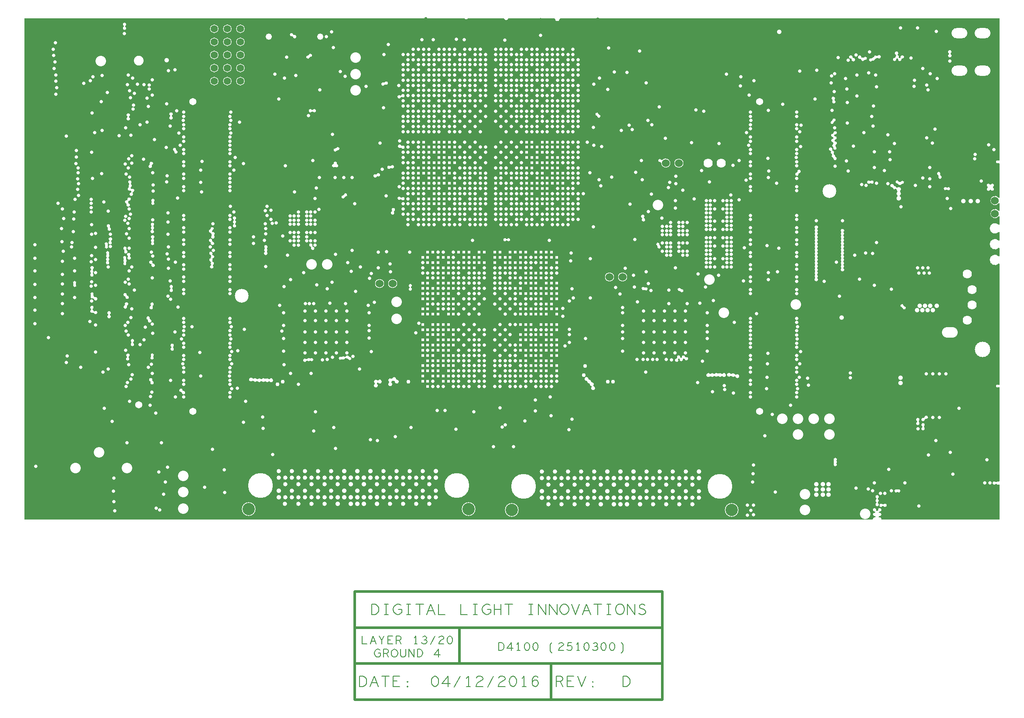
<source format=gbr>
G04 ================== begin FILE IDENTIFICATION RECORD ==================*
G04 Layout Name:  2510300_REV-D.brd*
G04 Film Name:    L13_gnd4.gbr*
G04 File Format:  Gerber RS274X*
G04 File Origin:  Cadence Allegro 16.6-2015-S051*
G04 Origin Date:  Tue Apr 12 06:53:57 2016*
G04 *
G04 Layer:  VIA CLASS/L13_GND4*
G04 Layer:  PIN/L13_GND4*
G04 Layer:  ETCH/L13_GND4*
G04 Layer:  DRAWING FORMAT/TITLE_BLOCK*
G04 *
G04 Offset:    (0.00 0.00)*
G04 Mirror:    No*
G04 Mode:      Positive*
G04 Rotation:  0*
G04 FullContactRelief:  No*
G04 UndefLineWidth:     0.00*
G04 ================== end FILE IDENTIFICATION RECORD ====================*
%FSLAX25Y25*MOIN*%
%IR0*IPPOS*OFA0.00000B0.00000*MIA0B0*SFA1.00000B1.00000*%
%ADD19O,.07X.11*%
%ADD18O,.11X.07*%
%ADD20O,.13X.066*%
%ADD17C,.06*%
%ADD12C,.07*%
%ADD11C,.025*%
%ADD10C,.016*%
%ADD16C,.072*%
%ADD14C,.055*%
%ADD15C,.094*%
%ADD13C,.25*%
%ADD21C,.02*%
%ADD22C,.006*%
%ADD23C,.008*%
%ADD25O,.12004X.08004*%
%ADD38C,.03004*%
%ADD24O,.12004X.07704*%
%ADD40C,.02404*%
%ADD37C,.03304*%
%ADD26C,.07004*%
%ADD32C,.03504*%
%ADD29C,.08004*%
%ADD28C,.02604*%
%ADD30C,.05404*%
%ADD33C,.06504*%
%ADD31C,.07404*%
%ADD39C,.04904*%
%ADD34C,.10404*%
%ADD36C,.10504*%
%ADD35C,.19004*%
%ADD27C,.11784*%
G75*
%LPD*%
G75*
G36*
G01X2500Y2500D02*
Y385500D01*
X338854D01*
X338906Y385380D01*
G03X341294I1194J520D01*
G01X341346Y385500D01*
X368915D01*
X368965Y385372D01*
G03X372235I1635J628D01*
G01X372285Y385500D01*
X407631D01*
X407948Y385183D01*
Y385100D01*
G03X411452I1752J0D01*
G01Y385183D01*
X411769Y385500D01*
X747500D01*
Y277071D01*
X746939Y276811D01*
X746842Y276894D01*
G03Y274906I-842J-994D01*
G01X746939Y274989D01*
X747500Y274729D01*
Y248626D01*
X746869Y248413D01*
X746782Y248527D01*
G03Y244273I-2782J-2127D01*
G01X746869Y244387D01*
X747500Y244174D01*
Y238626D01*
X746869Y238413D01*
X746782Y238527D01*
G03Y234273I-2782J-2127D01*
G01X746869Y234387D01*
X747500Y234174D01*
Y228092D01*
X746913Y227847D01*
X746818Y227941D01*
G03Y222259I-2818J-2841D01*
G01X746913Y222353D01*
X747500Y222108D01*
Y215992D01*
X746913Y215747D01*
X746818Y215841D01*
G03Y210159I-2818J-2841D01*
G01X746913Y210253D01*
X747500Y210008D01*
Y203992D01*
X746913Y203747D01*
X746818Y203841D01*
G03Y198159I-2818J-2841D01*
G01X746913Y198253D01*
X747500Y198008D01*
Y105673D01*
X746913Y105429D01*
X746818Y105523D01*
G03Y103677I-918J-923D01*
G01X746913Y103771D01*
X747500Y103527D01*
Y31889D01*
X747012Y31596D01*
X746912Y31649D01*
G03X745174Y31154I-612J-1149D01*
G01X744626D01*
G03Y29846I-1126J-654D01*
G01X745174D01*
G03X746912Y29351I1126J654D01*
G01X747012Y29404D01*
X747500Y29111D01*
Y2500D01*
X657613D01*
X657295Y2837D01*
X657300Y2923D01*
G03X655765Y4281I-1300J77D01*
G01X655679Y4265D01*
X655304Y4546D01*
X655295Y4633D01*
G03X655277Y4753I-1295J-133D01*
G01X655257Y4858D01*
X655642Y5243D01*
X655747Y5223D01*
G03X655765Y7781I253J1277D01*
G01X655679Y7765D01*
X655304Y8046D01*
X655295Y8133D01*
G03X655277Y8253I-1295J-133D01*
G01X655257Y8358D01*
X655642Y8743D01*
X655747Y8723D01*
G03X654723Y9747I253J1277D01*
G01X654743Y9642D01*
X654358Y9257D01*
X654253Y9277D01*
G03X653747I-253J-1277D01*
G01X653642Y9257D01*
X653257Y9642D01*
X653277Y9747D01*
G03X652253Y8723I-1277J253D01*
G01X652358Y8743D01*
X652743Y8358D01*
X652723Y8253D01*
G03X652705Y8133I1277J-253D01*
G01X652696Y8046D01*
X652321Y7765D01*
X652235Y7781D01*
G03X652253Y5223I-235J-1281D01*
G01X652358Y5243D01*
X652743Y4858D01*
X652723Y4753D01*
G03X652705Y4633I1277J-253D01*
G01X652696Y4546D01*
X652321Y4265D01*
X652235Y4281D01*
G03X650700Y2923I-235J-1281D01*
G01X650705Y2837D01*
X650387Y2500D01*
X2500D01*
G37*
%LPC*%
G75*
G36*
G01X219285Y357289D02*
G03X219732Y357594I57J396D01*
G02X220815Y356011I1268J-294D01*
G03X220368Y355706I-57J-396D01*
G02X219285Y357289I-1268J294D01*
G37*
G36*
G01X408972Y347113D02*
G02X410813Y345272I921J-920D01*
G02X408972Y347113I-921J920D01*
G37*
G36*
G01X315381Y343558D02*
X315382D01*
G02Y340954I0J-1302D01*
G02X315381Y343558I-1J1302D01*
G37*
G36*
G01X396780Y342256D02*
G02X399384I1302J0D01*
G02X396780I-1302J-1D01*
G37*
G36*
G01X302268Y338318D02*
G02X304872I1302J1D01*
G02X302268I-1302J0D01*
G37*
G36*
G01X278258Y335001D02*
G03X277689Y334820I-204J-344D01*
G02X277163Y336471I-1189J530D01*
G03X277732Y336652I204J344D01*
G02X278258Y335001I1189J-530D01*
G37*
G36*
G01X412528Y334382D02*
G02X415132I1302J0D01*
G02X412528I-1302J-1D01*
G37*
G36*
G01X318016Y330444D02*
G02X320620I1302J1D01*
G02X318016I-1302J0D01*
G37*
G36*
G01X416846Y323491D02*
G02X418687Y321650I921J-920D01*
G02X416846Y323491I-921J920D01*
G37*
G36*
G01X404654Y318634D02*
G02X407258I1302J0D01*
G02X404654I-1302J-1D01*
G37*
G36*
G01X441202Y312302D02*
G03X441402Y312102I200J0D01*
G02X440098Y310798I-2J-1302D01*
G03X439898Y310998I-200J0D01*
G02X441202Y312302I2J1302D01*
G37*
G36*
G01X621241Y306688D02*
G03X620885Y306226I39J-398D01*
G02X619475Y307312I-1285J-210D01*
G03X619831Y307774I-39J398D01*
G02X621241Y306688I1285J210D01*
G37*
G36*
G01X314080Y302886D02*
G02X316684I1302J0D01*
G02X314080I-1302J-1D01*
G37*
G36*
G01X303570Y300250D02*
X303571D01*
G02X303570Y297646I0J-1302D01*
G02Y300250I0J1302D01*
G37*
G36*
G01X241680Y284718D02*
G03X241218Y284483I-93J-389D01*
G02X240320Y286250I-1202J501D01*
G03X240782Y286485I93J389D01*
G02X241680Y284718I1202J-501D01*
G37*
G36*
G01X117033Y283700D02*
G03X116774Y284170I-389J92D01*
G02X118467Y285100I426J1230D01*
G03X118726Y284630I389J-92D01*
G02X117033Y283700I-426J-1230D01*
G37*
G36*
G01X240103Y272054D02*
X239697D01*
X239641Y272006D01*
G02X238432Y274249I-841J994D01*
G01X238504Y274270D01*
X238726Y274621D01*
X238714Y274695D01*
G02X241277Y274644I1286J204D01*
G01X241263Y274574D01*
X241446Y274225D01*
X241512Y274197D01*
G02X240159Y272006I-512J-1197D01*
G01X240103Y272054D01*
G37*
G36*
G01X100027Y273626D02*
G03X99825Y273072I152J-369D01*
G02X98173Y273674I-1155J-602D01*
G03X98375Y274228I-152J369D01*
G02X100027Y273626I1155J602D01*
G37*
G36*
G01X649179Y259580D02*
G03X648592Y259556I-282J-283D01*
G02X648521Y261320I-992J844D01*
G03X649108Y261344I282J283D01*
G02X649179Y259580I992J-844D01*
G37*
G36*
G01X672818Y258996D02*
X672456Y258836D01*
X672424Y258773D01*
G02X670004Y259035I-1160J591D01*
G01X669984Y259111D01*
X669619Y259342D01*
X669542Y259327D01*
G02X670555Y260934I-247J1278D01*
G01X670575Y260858D01*
X670940Y260627D01*
X671017Y260642D01*
G02X671610Y260619I247J-1278D01*
G01X671678Y260600D01*
X672040Y260760D01*
X672072Y260823D01*
G02X672886Y258977I1160J-591D01*
G01X672818Y258996D01*
G37*
G36*
G01X707056Y256383D02*
G03X707620Y256360I294J272D01*
G02X707544Y254517I880J-959D01*
G03X706980Y254540I-294J-272D01*
G02X707056Y256383I-880J959D01*
G37*
G36*
G01X247774Y249404D02*
G03X247336Y249030I-39J-398D01*
G02X246162Y250402I-1300J76D01*
G03X246600Y250776I39J398D01*
G02X247774Y249404I1300J-76D01*
G37*
G36*
G01X99715Y245057D02*
G03X99729Y245611I-281J284D01*
G02X101605Y245563I961J879D01*
G03X101591Y245009I281J-284D01*
G02X99715Y245057I-961J-879D01*
G37*
G36*
G01X67779Y226271D02*
G03X67943Y225683I331J-225D01*
G02X66321Y225229I-543J-1183D01*
G03X66157Y225817I-331J225D01*
G02X67779Y226271I543J1183D01*
G37*
G36*
G01X64240Y211780D02*
G03X64217Y212344I-295J270D01*
G02X66060Y212420I884J956D01*
G03X66083Y211856I295J-270D01*
G02X64240Y211780I-884J-956D01*
G37*
G36*
G01X487707Y212511D02*
G03X487918Y211994I371J-150D01*
G02X486193Y211289I-518J-1194D01*
G03X485982Y211806I-371J150D01*
G02X487707Y212511I518J1194D01*
G37*
G36*
G01X187719Y207488D02*
Y207012D01*
G02X186081I-819J-1012D01*
G01Y207488D01*
G02X186056Y209492I819J1012D01*
G01X186123Y209548D01*
X186142Y210017D01*
X186080Y210079D01*
G02X187844Y210008I920J921D01*
G01X187777Y209952D01*
X187758Y209483D01*
X187820Y209421D01*
G02X187719Y207488I-920J-921D01*
G37*
G36*
G01X80192Y199417D02*
X80168Y198977D01*
X80222Y198915D01*
G02X78358Y199018I-982J-855D01*
G01X78418Y199073D01*
X78442Y199513D01*
X78388Y199575D01*
G02X78368Y201262I982J855D01*
G01X78420Y201324D01*
X78386Y201762D01*
X78326Y201816D01*
G02X80192Y201958I864J974D01*
G01X80140Y201896D01*
X80174Y201458D01*
X80234Y201404D01*
G02X80252Y199472I-864J-974D01*
G01X80192Y199417D01*
G37*
G36*
G01X628319Y194988D02*
Y194512D01*
G02X626681I-819J-1012D01*
G01Y194988D01*
G02Y197012I819J1012D01*
G01Y197488D01*
G02Y199512I819J1012D01*
G01Y199988D01*
G02Y202012I819J1012D01*
G01Y202488D01*
G02Y204512I819J1012D01*
G01Y204988D01*
G02Y207012I819J1012D01*
G01Y207488D01*
G02Y209512I819J1012D01*
G01Y209988D01*
G02Y212012I819J1012D01*
G01Y212488D01*
G02Y214512I819J1012D01*
G01Y214988D01*
G02Y217012I819J1012D01*
G01Y217488D01*
G02Y219512I819J1012D01*
G01Y219988D01*
G02Y222012I819J1012D01*
G01Y222488D01*
G02X628319I819J1012D01*
G01Y222012D01*
G02Y219988I-819J-1012D01*
G01Y219512D01*
G02Y217488I-819J-1012D01*
G01Y217012D01*
G02Y214988I-819J-1012D01*
G01Y214512D01*
G02Y212488I-819J-1012D01*
G01Y212012D01*
G02Y209988I-819J-1012D01*
G01Y209512D01*
G02Y207488I-819J-1012D01*
G01Y207012D01*
G02Y204988I-819J-1012D01*
G01Y204512D01*
G02Y202488I-819J-1012D01*
G01Y202012D01*
G02Y199988I-819J-1012D01*
G01Y199512D01*
G02Y197488I-819J-1012D01*
G01Y197012D01*
G02Y194988I-819J-1012D01*
G37*
G36*
G01X608319Y187488D02*
Y187012D01*
G02X606681I-819J-1012D01*
G01Y187488D01*
G02Y189512I819J1012D01*
G01Y189988D01*
G02Y192012I819J1012D01*
G01Y192488D01*
G02Y194512I819J1012D01*
G01Y194988D01*
G02Y197012I819J1012D01*
G01Y197488D01*
G02Y199512I819J1012D01*
G01Y199988D01*
G02Y202012I819J1012D01*
G01Y202488D01*
G02Y204512I819J1012D01*
G01Y204988D01*
G02Y207012I819J1012D01*
G01Y207488D01*
G02Y209512I819J1012D01*
G01Y209988D01*
G02Y212012I819J1012D01*
G01Y212488D01*
G02Y214512I819J1012D01*
G01Y214988D01*
G02Y217012I819J1012D01*
G01Y217488D01*
G02Y219512I819J1012D01*
G01Y219988D01*
G02Y222012I819J1012D01*
G01Y222488D01*
G02Y224512I819J1012D01*
G01Y224988D01*
G02X608319I819J1012D01*
G01Y224512D01*
G02Y222488I-819J-1012D01*
G01Y222012D01*
G02Y219988I-819J-1012D01*
G01Y219512D01*
G02Y217488I-819J-1012D01*
G01Y217012D01*
G02Y214988I-819J-1012D01*
G01Y214512D01*
G02Y212488I-819J-1012D01*
G01Y212012D01*
G02Y209988I-819J-1012D01*
G01Y209512D01*
G02Y207488I-819J-1012D01*
G01Y207012D01*
G02Y204988I-819J-1012D01*
G01Y204512D01*
G02Y202488I-819J-1012D01*
G01Y202012D01*
G02Y199988I-819J-1012D01*
G01Y199512D01*
G02Y197488I-819J-1012D01*
G01Y197012D01*
G02Y194988I-819J-1012D01*
G01Y194512D01*
G02Y192488I-819J-1012D01*
G01Y192012D01*
G02Y189988I-819J-1012D01*
G01Y189512D01*
G02Y187488I-819J-1012D01*
G37*
G36*
G01X41831Y182690D02*
G03Y182410I143J-140D01*
G02X39969I-931J-910D01*
G03Y182690I-143J140D01*
G02X41831I931J910D01*
G37*
G36*
G01X476280Y179987D02*
G03X476805Y179901I311J252D01*
G02X476488Y177981I695J-1101D01*
G03X475963Y178067I-311J-252D01*
G02X476280Y179987I-695J1101D01*
G37*
G36*
G01X504004Y178896D02*
G03X504474Y178661I370J152D01*
G02X503596Y176904I326J-1261D01*
G03X503126Y177139I-370J-152D01*
G02X504004Y178896I-326J1261D01*
G37*
G36*
G01X80716Y174179D02*
G03X81082Y173699I392J-81D01*
G02X79724Y172661I-83J-1299D01*
G03X79358Y173141I-392J81D01*
G02X80716Y174179I83J1299D01*
G37*
G36*
G01X80983Y166122D02*
G03X80757Y165567I132J-377D01*
G02X79157Y166218I-1167J-577D01*
G03X79383Y166773I-132J377D01*
G02X80983Y166122I1167J577D01*
G37*
G36*
G01X674302Y166002D02*
G03X674702Y165602I400J0D01*
G02X673398Y164298I-2J-1302D01*
G03X672998Y164698I-400J0D01*
G02X674302Y166002I2J1302D01*
G37*
G36*
G01X98225Y156159D02*
G03X98516Y155632I376J-136D01*
G02X97015Y154801I-276J-1272D01*
G03X96724Y155328I-376J136D01*
G02X98225Y156159I276J1272D01*
G37*
G36*
G01X101045Y127407D02*
G03X101005Y126850I266J-299D01*
G02X99145Y126983I-995J-840D01*
G03X99185Y127540I-266J299D01*
G02X101045Y127407I995J840D01*
G37*
G36*
G01X100197Y108924D02*
G03X100446Y108369I362J-171D01*
G02X98903Y107676I-366J-1249D01*
G03X98654Y108231I-362J171D01*
G02X100197Y108924I366J1249D01*
G37*
G36*
G01X271846Y106759D02*
Y106241D01*
G02X270154I-846J-1241D01*
G01Y106759D01*
G02X272241Y108846I846J1241D01*
G01X272759D01*
G02Y107154I1241J-846D01*
G01X272241D01*
G02X271846Y106759I-1241J846D01*
G37*
G36*
G01X622971Y45633D02*
Y45367D01*
G02X621029I-971J-867D01*
G01Y45633D01*
G02Y47367I971J867D01*
G01Y47633D01*
G02X622971I971J867D01*
G01Y47367D01*
G02Y45633I-971J-867D01*
G37*
G36*
G01X669633Y23529D02*
G03X669367I-133J-150D01*
G02Y25471I-867J971D01*
G03X669633I133J150D01*
G02Y23529I867J-971D01*
G37*
G36*
G01X79615Y379147D02*
G02X78385I-615J-1147D01*
G03Y379853I-189J353D01*
G02X79615I615J1147D01*
G03Y379147I189J-353D01*
G37*
G36*
G01X208465Y372787D02*
G02X207699Y371560I535J-1187D01*
G03X207135Y371913I-400J-12D01*
G02X207901Y373140I-535J1187D01*
G03X208465Y372787I400J12D01*
G37*
G36*
G01X710115Y358147D02*
G02X708885I-615J-1147D01*
G03Y358853I-189J353D01*
G02X710115I615J1147D01*
G03Y358147I189J-353D01*
G37*
G36*
G01X644170Y353730D02*
G02X641699Y354337I-1170J571D01*
G01X641702Y354447D01*
X641235Y354758D01*
X641135Y354713D01*
G02X641901Y355863I-535J1187D01*
G01X641898Y355753D01*
X642365Y355442D01*
X642465Y355487D01*
G02X643545Y355482I535J-1187D01*
G01X643809Y355576D01*
G02X644434Y353824I1170J-570D01*
G01X644170Y353730D01*
G37*
G36*
G01X672515Y354414D02*
X672537Y354309D01*
G02X670017Y354412I-1273J-273D01*
G01X670050Y354520D01*
X669666Y354942D01*
X669555Y354919D01*
G02X669064Y354914I-259J1276D01*
G01X668960Y354932D01*
X668580Y354543D01*
X668602Y354438D01*
G02X667558Y355454I-1275J-265D01*
G01X667662Y355436D01*
X668042Y355825D01*
X668020Y355930D01*
G02X668404Y357144I1275J264D01*
G01X668482Y357218D01*
X668387Y357761D01*
X668287Y357803D01*
G02X669691Y358051I512J1197D01*
G01X669613Y357977D01*
X669708Y357434D01*
X669808Y357392D01*
G02X670542Y355819I-513J-1197D01*
G01X670509Y355711D01*
X670893Y355289D01*
X671004Y355312D01*
G02X671497Y355317I259J-1276D01*
G01X671602Y355298D01*
X671981Y355690D01*
X671959Y355795D01*
G02X672999Y354787I1273J273D01*
G01X672894Y354806D01*
X672515Y354414D01*
G37*
G36*
G01X635591Y355249D02*
G02X634565Y354272I240J-1280D01*
G03X634102Y354758I-389J93D01*
G02X635128Y355735I-240J1280D01*
G03X635591Y355249I389J-93D01*
G37*
G36*
G01X650172Y353232D02*
G02X649562Y354974I-1172J567D01*
G01X649828Y355068D01*
G02X651084Y355799I1171J-568D01*
G01X651163Y355794D01*
X651498Y356073D01*
X651507Y356152D01*
G02X653777Y356861I1293J-152D01*
G01X653843Y356786D01*
X654362Y356827D01*
X654415Y356911D01*
G02X654539Y355355I1101J-695D01*
G01X654473Y355430D01*
X653954Y355389D01*
X653901Y355305D01*
G02X652716Y354701I-1101J695D01*
G01X652637Y354706D01*
X652302Y354427D01*
X652293Y354348D01*
G02X650438Y353326I-1293J152D01*
G01X650172Y353232D01*
G37*
G36*
G01X290180Y325361D02*
G02X289807Y326534I-1280J239D01*
G03X290479Y326747I279J287D01*
G02X290852Y325574I1280J-239D01*
G03X290180Y325361I-279J-287D01*
G37*
G36*
G01X621516Y322930D02*
G02X620022Y322691I-580J-1166D01*
G03X619920Y323334I-280J285D01*
G02X621414Y323573I580J1166D01*
G03X621516Y322930I280J-285D01*
G37*
G36*
G01X222147Y314385D02*
G02Y315615I-1147J615D01*
G03X222853I353J189D01*
G02Y314385I1147J-615D01*
G03X222147I-353J-189D01*
G37*
G36*
G01X115229Y310659D02*
G02X113871I-679J-1111D01*
G03Y311342I-208J341D01*
G02X115229I679J1111D01*
G03Y310659I208J-341D01*
G37*
G36*
G01X82529Y309929D02*
G02X81171I-679J-1111D01*
G03Y310612I-208J341D01*
G02X82529I679J1111D01*
G03Y309929I208J-341D01*
G37*
G36*
G01X291016Y288184D02*
G02X290544Y286646I743J-1069D01*
G03X289943Y286831I-373J-144D01*
G02X290415Y288369I-743J1069D01*
G03X291016Y288184I373J144D01*
G37*
G36*
G01X622297Y287523D02*
X622360Y287491D01*
G02X620514Y286677I-591J-1160D01*
G01X620533Y286745D01*
X620373Y287107D01*
X620310Y287139D01*
G02X620399Y289501I591J1160D01*
G01X620467Y289529D01*
X620651Y289892D01*
X620634Y289963D01*
G02X620614Y290472I1266J305D01*
G01X620629Y290563D01*
X620307Y290935D01*
X620215Y290934D01*
G02X620135Y293536I-15J1302D01*
G01X620224Y293541D01*
X620524Y293911D01*
X620509Y293999D01*
G02Y294409I1286J205D01*
G01X620524Y294501D01*
X620198Y294874D01*
X620104Y294871D01*
G02X620231Y297465I-31J1302D01*
G01X620330Y297453D01*
X620690Y297829D01*
X620674Y297928D01*
G02X621800Y296850I1284J214D01*
G01X621701Y296862D01*
X621341Y296486D01*
X621357Y296387D01*
G02X621359Y295969I-1284J-215D01*
G01X621344Y295877D01*
X621670Y295504D01*
X621764Y295507D01*
G02X621860Y292905I31J-1302D01*
G01X621771Y292900D01*
X621471Y292530D01*
X621486Y292442D01*
G02Y292032I-1286J-205D01*
G01X621471Y291941D01*
X621793Y291569D01*
X621885Y291570D01*
G02X622402Y289066I16J-1302D01*
G01X622334Y289038D01*
X622150Y288675D01*
X622167Y288604D01*
G02X622156Y287953I-1266J-304D01*
G01X622137Y287885D01*
X622297Y287523D01*
G37*
G36*
G01X622116Y279730D02*
G02X620562Y278689I-273J-1273D01*
G03X620252Y279152I-394J72D01*
G02X619588Y281329I273J1273D01*
G01X619663Y281407D01*
X619542Y281943D01*
X619441Y281981D01*
G02X618715Y283739I459J1219D01*
G01X618758Y283833D01*
X618489Y284294D01*
X618386Y284303D01*
G02X619685Y285061I114J1297D01*
G01X619642Y284967D01*
X619911Y284506D01*
X620014Y284497D01*
G02X620837Y282296I-114J-1297D01*
G01X620762Y282218D01*
X620883Y281682D01*
X620984Y281644D01*
G02X621806Y280193I-459J-1218D01*
G03X622116Y279730I394J-72D01*
G37*
G36*
G01X489865Y277307D02*
G02X489009Y275279I2635J-2307D01*
G03X488467Y275685I-399J33D01*
G02X489197Y277413I-467J1215D01*
G03X489865Y277307I367J158D01*
G37*
G36*
G01X282149Y271088D02*
G02X281840Y272695I-1149J612D01*
G03X282451Y272812I258J305D01*
G02X282760Y271205I1149J-612D01*
G03X282149Y271088I-258J-305D01*
G37*
G36*
G01X593945Y266811D02*
G02X592648Y267827I-1270J-286D01*
G03X593030Y268314I-8J400D01*
G02X594327Y267298I1270J286D01*
G03X593945Y266811I8J-400D01*
G37*
G36*
G01X271709Y264716D02*
G02X271204Y266296I-1209J484D01*
G03X271791Y266484I216J336D01*
G02X272296Y264904I1209J-484D01*
G03X271709Y264716I-216J-336D01*
G37*
G36*
G01X702380Y265545D02*
G02X700931Y265044I-381J-1245D01*
G03X700720Y265655I-328J229D01*
G02X702169Y266156I381J1245D01*
G03X702380Y265545I328J-229D01*
G37*
G36*
G01X740204Y254490D02*
X740147Y254385D01*
G02X738385Y256147I-1147J615D01*
G01X738490Y256204D01*
Y256796D01*
X738385Y256853D01*
G02X740147Y258615I615J1147D01*
G01X740204Y258510D01*
X740796D01*
X740853Y258615D01*
G02X742615Y256853I1147J-615D01*
G01X742510Y256796D01*
Y256204D01*
X742615Y256147D01*
G02X740853Y254385I-615J-1147D01*
G01X740796Y254490D01*
X740204D01*
G37*
G36*
G01X85102Y252146D02*
X85179Y252058D01*
G02X83985Y252484I-979J-858D01*
G01X84101Y252504D01*
X84298Y253054D01*
X84221Y253142D01*
G02X83911Y253820I979J858D01*
G01X83895Y253928D01*
X83392Y254161D01*
X83300Y254102D01*
G02X82116Y256409I-699J1098D01*
G01X82204Y256444D01*
X82355Y256917D01*
X82304Y256996D01*
G02X82558Y258693I1096J703D01*
G01X82639Y258762D01*
X82581Y259301D01*
X82487Y259351D01*
G02X83942Y259507I613J1149D01*
G01X83861Y259438D01*
X83919Y258899D01*
X84013Y258849D01*
G02X83884Y256491I-613J-1149D01*
G01X83796Y256456D01*
X83645Y255983D01*
X83696Y255904D01*
G02X83889Y255380I-1097J-702D01*
G01X83905Y255272D01*
X84408Y255039D01*
X84500Y255098D01*
G02X85415Y252716I700J-1098D01*
G01X85299Y252696D01*
X85102Y252146D01*
G37*
G36*
G01X290751Y248568D02*
G02X290580Y247192I1008J-824D01*
G03X289908Y247276I-362J-169D01*
G02X290079Y248652I-1008J824D01*
G03X290751Y248568I362J169D01*
G37*
G36*
G01X671370Y249621D02*
G02X669630I-870J-1521D01*
G01Y250179D01*
G02X669375Y253043I870J1521D01*
G03Y253657I-256J307D01*
G02X668752Y254888I1125J1343D01*
G01X668744Y255009D01*
X668200Y255251D01*
X668105Y255177D01*
G02X665999Y256142I-805J1023D01*
G03X665529Y256518I-399J-17D01*
G02X666601Y257858I-229J1282D01*
G03X667071Y257482I399J17D01*
G02X668579Y256442I229J-1282D01*
G01X668602Y256323D01*
X669171Y256148D01*
X669256Y256234D01*
G02X671625Y253657I1243J-1234D01*
G03Y253043I256J-307D01*
G02X671370Y250179I-1125J-1343D01*
G01Y249621D01*
G37*
G36*
G01X81983Y244249D02*
X82078Y244232D01*
G02X80658Y243474I-228J-1282D01*
G01X80697Y243562D01*
X80457Y244011D01*
X80362Y244028D01*
G02X80810Y246593I228J1282D01*
G01X80920Y246574D01*
X81292Y247001D01*
X81258Y247108D01*
G02X82280Y246217I1242J392D01*
G01X82170Y246236D01*
X81798Y245809D01*
X81832Y245702D01*
G02X81782Y244786I-1242J-392D01*
G01X81743Y244698D01*
X81983Y244249D01*
G37*
G36*
G01X284770Y237668D02*
G02X283289Y237997I-970J-868D01*
G03X283430Y238632I-157J368D01*
G02X284911Y238303I970J868D01*
G03X284770Y237668I157J-368D01*
G37*
G36*
G01X476003Y232814D02*
G02X474463Y232501I-563J-1174D01*
G03X474337Y233126I-300J265D01*
G02X475877Y233439I563J1174D01*
G03X476003Y232814I300J-265D01*
G37*
G36*
G01X163510Y228204D02*
X163615Y228147D01*
G02X162385I-615J-1147D01*
G01X162490Y228204D01*
Y228796D01*
X162385Y228853D01*
G02Y231147I615J1147D01*
G01X162490Y231204D01*
Y231796D01*
X162385Y231853D01*
G02X163615I615J1147D01*
G01X163510Y231796D01*
Y231204D01*
X163615Y231147D01*
G02Y228853I-615J-1147D01*
G01X163510Y228796D01*
Y228204D01*
G37*
G36*
G01X100861Y223728D02*
X100952Y223663D01*
G02X99601Y223756I-752J-1063D01*
G01X99700Y223808D01*
X99739Y224372D01*
X99648Y224437D01*
G02X99570Y226503I752J1063D01*
G01X99646Y226566D01*
X99627Y227081D01*
X99547Y227138D01*
G02X101130Y227197I753J1062D01*
G01X101054Y227134D01*
X101073Y226619D01*
X101153Y226562D01*
G02X100999Y224344I-753J-1062D01*
G01X100900Y224292D01*
X100861Y223728D01*
G37*
G36*
G01X147420Y219421D02*
G02X145656Y219492I-920J-921D01*
G03X145680Y220079I-259J305D01*
G02X145320Y221240I920J922D01*
G01X145339Y221340D01*
X144975Y221723D01*
X144874Y221710D01*
G02X144418Y224271I-174J1290D01*
G03X144724Y224741I-86J391D01*
G02X146282Y223729I1276J259D01*
G03X145976Y223259I86J-391D01*
G02X145980Y222760I-1276J-260D01*
G01X145961Y222660D01*
X146325Y222277D01*
X146426Y222290D01*
G02X147444Y220008I174J-1290D01*
G03X147420Y219421I259J-305D01*
G37*
G36*
G01X370653Y215787D02*
G02Y216985I-1042J599D01*
G03X371347I347J199D01*
G02Y215787I1042J-599D01*
G03X370653I-347J-199D01*
G37*
G36*
G01X68789Y215135D02*
G02X67394Y215252I-789J-1035D01*
G03X67451Y215925I-186J355D01*
G02X68846Y215808I789J1035D01*
G03X68789Y215135I186J-355D01*
G37*
G36*
G01X146271Y214900D02*
G02X144982Y214059I-71J-1300D01*
G03X144629Y214600I-374J141D01*
G02X145918Y215441I71J1300D01*
G03X146271Y214900I374J-141D01*
G37*
G36*
G01X101343Y214339D02*
G02X99467Y214307I-923J-919D01*
G03X99457Y214861I-293J272D01*
G02X99699Y216890I923J919D01*
G01X99789Y216945D01*
X99813Y217489D01*
X99727Y217552D01*
G02X101181Y217490I773J1048D01*
G01X101091Y217435D01*
X101067Y216891D01*
X101153Y216828D01*
G02X101333Y214893I-773J-1048D01*
G03X101343Y214339I293J-272D01*
G37*
G36*
G01X222756Y211101D02*
G02X221695Y210489I44J-1301D01*
G03X221343Y211101I-339J212D01*
G02X222404Y211713I-44J1301D01*
G03X222756Y211101I339J-212D01*
G37*
G36*
G01X80487Y208408D02*
G02X79001Y208035I-487J-1208D01*
G03X78843Y208662I-307J256D01*
G02X80329Y209035I487J1208D01*
G03X80487Y208408I307J-256D01*
G37*
G36*
G01X83212Y203590D02*
G02X81596Y203437I-712J-1090D01*
G03X81538Y204060I-277J288D01*
G02X83154Y204213I712J1090D01*
G03X83212Y203590I277J-288D01*
G37*
G36*
G01X66940Y199794D02*
G02X65260I-840J-994D01*
G03Y200406I-258J306D01*
G02X65347Y202462I840J994D01*
G01X65427Y202519D01*
X65446Y203034D01*
X65370Y203097D01*
G02X65240Y204980I830J1003D01*
G03X65217Y205544I-295J270D01*
G02X67060Y205620I884J956D01*
G03X67083Y205056I295J-270D01*
G02X66953Y203038I-883J-956D01*
G01X66873Y202981D01*
X66854Y202466D01*
X66930Y202403D01*
G02X66940Y200406I-830J-1003D01*
G03Y199794I258J-306D01*
G37*
G36*
G01X100747Y198175D02*
G02X99682Y197390I133J-1295D01*
G03X99273Y197945I-368J157D01*
G02X100338Y198730I-133J1295D01*
G03X100747Y198175I368J-157D01*
G37*
G36*
G01X146533Y196613D02*
X146595Y196540D01*
G02X144988Y196849I-995J-840D01*
G01X145072Y196894D01*
X145167Y197387D01*
X145105Y197460D01*
G02X145057Y199079I995J840D01*
G01X145125Y199170D01*
X144910Y199696D01*
X144798Y199714D01*
G02X144742Y202276I202J1286D01*
G01X144838Y202296D01*
X145066Y202752D01*
X145024Y202840D01*
G02X145102Y204100I1176J560D01*
G01X145161Y204192D01*
X144928Y204695D01*
X144820Y204711D01*
G02X146098Y205300I181J1289D01*
G01X146039Y205208D01*
X146272Y204705D01*
X146380Y204689D01*
G02X146458Y202124I-181J-1289D01*
G01X146362Y202104D01*
X146134Y201648D01*
X146176Y201560D01*
G02X146043Y200221I-1176J-559D01*
G01X145975Y200130D01*
X146190Y199604D01*
X146302Y199586D01*
G02X146712Y197151I-202J-1286D01*
G01X146628Y197106D01*
X146533Y196613D01*
G37*
G36*
G01X54773Y190619D02*
X54853Y190562D01*
G02X53270Y190503I-753J-1062D01*
G01X53346Y190566D01*
X53327Y191081D01*
X53247Y191138D01*
G02X53342Y193323I753J1062D01*
G01X53433Y193377D01*
X53471Y193916D01*
X53389Y193981D01*
G02X54858Y193877I810J1019D01*
G01X54767Y193823D01*
X54729Y193284D01*
X54811Y193219D01*
G02X54830Y191197I-811J-1019D01*
G01X54754Y191134D01*
X54773Y190619D01*
G37*
G36*
G01X297913Y179653D02*
G02X296715I-599J-1042D01*
G03Y180347I-199J347D01*
G02X297913I599J1042D01*
G03Y179653I199J-347D01*
G37*
G36*
G01X115429Y178824D02*
G02X114071I-679J-1111D01*
G03Y179507I-208J341D01*
G02X115429I679J1111D01*
G03Y178824I208J-341D01*
G37*
G36*
G01X56191Y172397D02*
X56287Y172449D01*
G02X55600Y171222I613J-1149D01*
G01X55594Y171331D01*
X55109Y171603D01*
X55013Y171551D01*
G02X53370Y173497I-613J1149D01*
G03X53323Y174037I-316J245D01*
G02X55230Y174203I877J963D01*
G03X55277Y173663I316J-245D01*
G02X55700Y172778I-877J-963D01*
G01X55706Y172669D01*
X56191Y172397D01*
G37*
G36*
G01X100390Y165345D02*
G02X98945Y165720I-990J-845D01*
G03X99110Y166355I-139J375D01*
G02X100555Y165980I990J845D01*
G03X100390Y165345I139J-375D01*
G37*
G36*
G01X55954Y161702D02*
X56042Y161779D01*
G02X55616Y160585I858J-979D01*
G01X55596Y160701D01*
X55046Y160898D01*
X54958Y160821D01*
G02X53514Y162962I-859J978D01*
G01Y163538D01*
G02X54686I586J1162D01*
G01Y162962D01*
G02X55384Y162015I-586J-1163D01*
G01X55404Y161899D01*
X55954Y161702D01*
G37*
G36*
G01X67879Y158759D02*
G02X66521I-679J-1111D01*
G03Y159442I-208J342D01*
G02X67879I679J1111D01*
G03Y158759I208J-341D01*
G37*
G36*
G01X85670Y137488D02*
G02X84330I-670J-1117D01*
G03Y138173I-206J343D01*
G02X85670I670J1117D01*
G03Y137488I206J-343D01*
G37*
G36*
G01X116109Y133937D02*
G02X114769I-670J-1117D01*
G03Y134622I-206J343D01*
G02X116109I670J1117D01*
G03Y133937I206J-342D01*
G37*
G36*
G01X250872Y126882D02*
G02X249875Y125160I228J-1282D01*
G03X249428Y125418I-376J-136D01*
G02X248221Y125842I-228J1282D01*
G01X248144Y125929D01*
X247575Y125812D01*
X247539Y125701D01*
G02X245435Y125126I-1240J399D01*
G03X244854Y125073I-266J-299D01*
G02X244692Y126847I-1027J801D01*
G03X245273Y126900I266J299D01*
G02X247279Y126958I1027J-800D01*
G01X247356Y126871D01*
X247925Y126988D01*
X247961Y127099D01*
G02X250425Y127140I1239J-399D01*
G03X250872Y126882I376J136D01*
G37*
G36*
G01X82152Y126363D02*
G02X80801Y126456I-752J-1063D01*
G03X80848Y127137I-184J355D01*
G02X82199Y127044I752J1063D01*
G03X82152Y126363I184J-355D01*
G37*
G36*
G01X501926Y125096D02*
X501983Y124997D01*
G02X500836Y125644I-1125J-655D01*
G01X500950Y125646D01*
X501232Y126146D01*
X501175Y126245D01*
G02X503559Y126567I1125J655D01*
G01X503530Y126459D01*
X503919Y126050D01*
X504029Y126073D01*
G02X504319Y126102I274J-1273D01*
G01X504413Y126101D01*
X504735Y126479D01*
X504718Y126572D01*
G02X507284Y127017I1282J228D01*
G01X507300Y126924D01*
X507736Y126677D01*
X507824Y126712D01*
G02X507016Y125283I476J-1212D01*
G01X507000Y125376D01*
X506564Y125623D01*
X506476Y125588D01*
G02X505981Y125498I-476J1212D01*
G01X505887Y125499D01*
X505565Y125121D01*
X505582Y125028D01*
G02X503041Y125133I-1282J-228D01*
G01X503070Y125241D01*
X502681Y125650D01*
X502571Y125627D01*
G02X502322Y125598I-274J1273D01*
G01X502208Y125596D01*
X501926Y125096D01*
G37*
G36*
G01X218061Y123954D02*
X218020Y123846D01*
G02X217798Y125136I-1220J454D01*
G01X217872Y125048D01*
X218439Y125146D01*
X218480Y125254D01*
G02X220580Y125760I1220J-454D01*
G03X221120I270J295D01*
G02Y123840I880J-960D01*
G03X220580I-270J-295D01*
G02X218702Y123964I-880J960D01*
G01X218628Y124052D01*
X218061Y123954D01*
G37*
G36*
G01X526185Y112077D02*
G02Y113923I-1185J923D01*
G03X526815I315J246D01*
G02X529213Y113886I1185J-923D01*
G01X529278Y113797D01*
X529833Y113832D01*
X529886Y113928D01*
G02X532378Y114132I1314J-728D01*
G01X532432Y114063D01*
X532903Y114029D01*
X532967Y114090D01*
G02X535241Y113846I1033J-1090D01*
G01X535759D01*
G02Y112154I1241J-846D01*
G01X535241D01*
G02X532822Y112068I-1241J846D01*
G01X532768Y112137D01*
X532297Y112171D01*
X532233Y112110D01*
G02X529987Y112314I-1033J1090D01*
G01X529922Y112403D01*
X529367Y112368D01*
X529314Y112272D01*
G02X526815Y112077I-1314J728D01*
G03X526185I-315J-246D01*
G37*
G36*
G01X546038Y113158D02*
X546118Y113242D01*
G02X545755Y111790I1082J-1042D01*
G01X545723Y111901D01*
X545162Y112042D01*
X545082Y111958D01*
G02X542686Y112272I-1082J1042D01*
G01X542633Y112368D01*
X542078Y112403D01*
X542013Y112314D01*
G02X542114Y113928I-1213J886D01*
G01X542167Y113832D01*
X542722Y113797D01*
X542787Y113886D01*
G02X545445Y113410I1213J-886D01*
G01X545477Y113299D01*
X546038Y113158D01*
G37*
G36*
G01X183367Y108368D02*
X183314Y108272D01*
G02X180686I-1314J728D01*
G01X180633Y108368D01*
X180078Y108403D01*
X180013Y108314D01*
G02X177438Y108568I-1213J886D01*
G01X177391Y108668D01*
X176835Y108738D01*
X176765Y108652D01*
G02X176962Y110232I-1165J948D01*
G01X177009Y110132D01*
X177565Y110062D01*
X177635Y110148D01*
G02X180114Y109928I1165J-948D01*
G01X180167Y109832D01*
X180722Y109797D01*
X180787Y109886D01*
G02X183213I1213J-886D01*
G01X183278Y109797D01*
X183833Y109832D01*
X183886Y109928D01*
G02X186378Y110132I1314J-728D01*
G01X186432Y110063D01*
X186903Y110029D01*
X186967Y110090D01*
G02X189241Y109846I1033J-1090D01*
G01X189759D01*
G02Y108154I1241J-846D01*
G01X189241D01*
G02X186822Y108068I-1241J846D01*
G01X186768Y108137D01*
X186297Y108171D01*
X186233Y108110D01*
G02X183987Y108314I-1033J1090D01*
G01X183922Y108403D01*
X183367Y108368D01*
G37*
G36*
G01X282923Y107185D02*
G02X281077I-923J-1185D01*
G03Y107815I-246J315D01*
G02X282921Y110187I922J1186D01*
G01X283005Y110121D01*
X283523Y110294D01*
X283551Y110397D01*
G02X286500Y109920I1449J-396D01*
G03X286920Y109500I399J-21D01*
G02X285500Y108080I80J-1500D01*
G03X285080Y108500I-399J21D01*
G02X284079Y108813I-80J1500D01*
G01X283995Y108879D01*
X283477Y108706D01*
X283449Y108603D01*
G02X282923Y107815I-1449J397D01*
G03Y107185I246J-315D01*
G37*
G36*
G01X437294Y104477D02*
X437397Y104449D01*
G02X435813Y103921I-397J-1449D01*
G01X435879Y104005D01*
X435706Y104523D01*
X435603Y104551D01*
G02X434500Y106080I397J1449D01*
G01X434505Y106169D01*
X434169Y106505D01*
X434080Y106500D01*
G02X432500Y108080I-80J1500D01*
G01X432505Y108169D01*
X432169Y108505D01*
X432080Y108500D01*
G02X433500Y109920I-80J1500D01*
G01X433495Y109831D01*
X433831Y109495D01*
X433920Y109500D01*
G02X435500Y107920I80J-1500D01*
G01X435495Y107831D01*
X435831Y107495D01*
X435920Y107500D01*
G02X437187Y105079I80J-1500D01*
G01X437121Y104995D01*
X437294Y104477D01*
G37*
G36*
G01X123859Y100861D02*
G02X122768Y99686I206J-1286D01*
G03X122306Y100114I-399J33D01*
G02X123397Y101289I-206J1286D01*
G03X123859Y100861I399J-33D01*
G37*
G36*
G01X690397Y79115D02*
G02X689639Y80185I-1297J-115D01*
G03X690203Y80585I166J364D01*
G02X690961Y79515I1297J115D01*
G03X690397Y79115I-166J-364D01*
G37*
G36*
G01X685715Y77147D02*
G02X684485I-615J-1147D01*
G03Y77853I-189J353D01*
G02X685715I615J1147D01*
G03Y77147I189J-353D01*
G37*
G36*
G01X689715Y73147D02*
G02X688485I-615J-1147D01*
G03Y73853I-189J353D01*
G02X689715I615J1147D01*
G03Y73147I189J-353D01*
G37*
G36*
G01X654510Y15204D02*
X654615Y15147D01*
G02X653385I-615J-1147D01*
G01X653490Y15204D01*
Y15796D01*
X653385Y15853D01*
G02Y18147I615J1147D01*
G01X653490Y18204D01*
Y18796D01*
X653385Y18853D01*
G02X654615I615J1147D01*
G01X654510Y18796D01*
Y18204D01*
X654615Y18147D01*
G02Y15853I-615J-1147D01*
G01X654510Y15796D01*
Y15204D01*
G37*
G36*
G01X658147Y12885D02*
G02Y14115I-1147J615D01*
G03X658853I353J189D01*
G02Y12885I1147J-615D01*
G03X658147I-353J-189D01*
G37*
G54D25*
X709587Y145492D03*
G54D38*
X196000Y106000D03*
X200000Y108000D03*
X296000D03*
X431000Y120000D03*
X430000Y113000D03*
X448100Y108000D03*
X452100Y107800D03*
G54D24*
X734452Y374370D03*
Y345630D03*
X716736Y374370D03*
Y345630D03*
G54D40*
X303570Y247744D03*
Y267429D03*
Y259555D03*
Y263492D03*
Y251681D03*
X303571Y279241D03*
X303570Y271366D03*
X306708Y108344D03*
X310644D03*
Y104408D03*
X306708Y112282D03*
Y116218D03*
Y120156D03*
X310644Y116218D03*
Y120156D03*
Y124092D03*
X318518D03*
X314582Y116218D03*
X318518Y112282D03*
X314582D03*
X318518Y116218D03*
Y120156D03*
X314582Y124092D03*
X306708Y131966D03*
X314582Y143778D03*
X310644Y139841D03*
X306708D03*
X318518Y135904D03*
X310644D03*
X314582Y128030D03*
Y135904D03*
X306708D03*
X310644Y128030D03*
X318518Y143778D03*
Y139841D03*
X314582Y131966D03*
X310644Y143778D03*
X318518Y131966D03*
X306708Y128030D03*
X318518Y151652D03*
X314582Y147715D03*
Y159548D03*
Y151652D03*
X318518Y159548D03*
X310644D03*
Y147715D03*
X306708Y159548D03*
Y147715D03*
Y151652D03*
X318518Y179234D03*
Y175296D03*
Y163485D03*
X306708Y179234D03*
Y175296D03*
Y171359D03*
X314582Y179234D03*
X310644Y171359D03*
Y163485D03*
X314582Y175296D03*
Y171359D03*
X310644Y167422D03*
X306708Y163485D03*
X310644Y179234D03*
X318518Y194982D03*
Y183170D03*
X314582Y194982D03*
X318518Y187108D03*
X310644D03*
Y183170D03*
X306708D03*
Y202856D03*
X310644D03*
Y198918D03*
X314582Y206792D03*
X318518Y198918D03*
X314582D03*
X318518Y202856D03*
X310644Y206792D03*
X315381Y247744D03*
Y243807D03*
X311444D03*
X319318D03*
X311444Y247744D03*
X307507Y259555D03*
X311444Y263492D03*
X307507Y267429D03*
X311444D03*
X315381Y263492D03*
Y267429D03*
X319318Y263492D03*
Y259555D03*
X311444Y255618D03*
Y259555D03*
X315381Y251681D03*
Y255618D03*
Y271366D03*
Y275304D03*
X319318Y271366D03*
Y275304D03*
X311444D03*
X307507Y271366D03*
Y275304D03*
X319319Y283179D03*
X315382D03*
X311445D03*
X319319Y279241D03*
X315382Y291053D03*
X307507Y291052D03*
X307508Y287115D03*
X319319Y291053D03*
X315382Y287115D03*
X311445D03*
X322456Y108344D03*
X326392D03*
Y120156D03*
X322456D03*
Y124092D03*
X330330Y120156D03*
Y124092D03*
X326392Y116218D03*
X322456Y112282D03*
X326392D03*
Y139841D03*
X322456Y131966D03*
X330330Y128030D03*
Y139841D03*
X322456Y128030D03*
X326392Y131966D03*
X322456Y139841D03*
Y143778D03*
X326392Y128030D03*
X330330Y143778D03*
Y135904D03*
X326392D03*
Y147715D03*
X330330D03*
X326392Y151652D03*
X322456Y147715D03*
X326392Y159548D03*
X330330D03*
X322456Y151652D03*
X330330Y179234D03*
X326392Y171359D03*
X322456Y175296D03*
X326392D03*
X330330Y171359D03*
X326392Y179234D03*
X330330Y163485D03*
Y167422D03*
X326392Y183170D03*
X330330D03*
X338204Y194982D03*
X322456Y183170D03*
Y194982D03*
X326392D03*
X322456Y187108D03*
Y191044D03*
X326392D03*
X338204Y198918D03*
X326392D03*
Y202856D03*
X322456D03*
X330330Y198918D03*
X338204Y202856D03*
X334266Y206792D03*
X338204D03*
X323255Y247744D03*
Y243807D03*
X331129Y255618D03*
Y259555D03*
X327192D03*
X323255D03*
X327192Y267429D03*
X323255Y263492D03*
Y251681D03*
X327192Y255618D03*
X323256Y283179D03*
X331130D03*
X327193Y271367D03*
Y279241D03*
X331130D03*
Y275305D03*
X323256Y279241D03*
X327193Y275305D03*
X323256Y287115D03*
X327193Y291053D03*
Y287115D03*
X331130D03*
X323256Y291053D03*
X346078Y194982D03*
X342141D03*
Y206792D03*
X350015Y198918D03*
X346078Y202856D03*
Y198918D03*
X342141Y202856D03*
X353952Y206792D03*
Y198918D03*
X350015Y206792D03*
Y202856D03*
X339004Y255618D03*
X350815Y267430D03*
X369722Y194982D03*
X373659Y183170D03*
Y202856D03*
X369722Y198918D03*
X361848Y202856D03*
X365785D03*
X361848Y206792D03*
X365785D03*
X369722Y202856D03*
X361848Y198918D03*
X373659Y206792D03*
Y198918D03*
X370522Y251682D03*
X362648Y259556D03*
X366586Y267429D03*
X381534Y116218D03*
Y112282D03*
Y124092D03*
X385470D03*
X389408Y120156D03*
Y116218D03*
X385470Y143778D03*
X389408Y128030D03*
Y131966D03*
X381534Y143778D03*
X385470Y139841D03*
X381534Y131966D03*
X389408Y139841D03*
X381534Y135904D03*
Y139841D03*
X385471Y131966D03*
X389408Y135904D03*
X385470Y128030D03*
X381534Y159548D03*
X389408D03*
X381534Y151652D03*
X385470D03*
X389408D03*
X385470Y147715D03*
X389408D03*
X381534Y179234D03*
Y175296D03*
Y163485D03*
X389408Y179234D03*
X385470Y163485D03*
Y175296D03*
X389408Y163485D03*
Y175296D03*
X377596Y179234D03*
Y187108D03*
X385470Y183170D03*
Y187108D03*
X377596Y194982D03*
X381534D03*
X389408Y191044D03*
X385470D03*
X389408Y183170D03*
X381534Y206792D03*
X377596D03*
X385470Y202856D03*
X381534D03*
X377596Y198918D03*
X381534D03*
X385470Y206792D03*
X390208Y247744D03*
Y259555D03*
Y255618D03*
Y251681D03*
X386271Y259555D03*
X374460Y263492D03*
X386271Y283178D03*
X390208Y279240D03*
Y275304D03*
X386271Y279240D03*
Y271366D03*
X390208D03*
Y287114D03*
Y291052D03*
X386271Y287114D03*
Y291052D03*
X397282Y116218D03*
X393344D03*
X405156Y124092D03*
X401218Y116218D03*
X397282Y124092D03*
X393344D03*
X401218D03*
X393344Y120156D03*
X401218D03*
X405156D03*
X401218Y131966D03*
X405156Y139841D03*
X401218D03*
Y143778D03*
X393344D03*
X397282D03*
X393344Y128030D03*
X397282Y135904D03*
X393344Y139841D03*
X397282Y128030D03*
X401218Y135904D03*
X397282Y131966D03*
X393344Y135904D03*
X405156Y128030D03*
Y143778D03*
Y131966D03*
Y147715D03*
X401218Y159548D03*
Y151652D03*
X405156D03*
X397282D03*
X393344Y159548D03*
X397282D03*
X393344Y163485D03*
X397282Y171359D03*
X401218Y175296D03*
X397282Y179234D03*
X393344Y171359D03*
X405156Y163485D03*
X401218Y179234D03*
X397282Y175296D03*
X405156D03*
X401218Y163485D03*
Y167422D03*
X405156D03*
X393344Y179234D03*
X405156Y171359D03*
Y183170D03*
X393344D03*
X397282Y191044D03*
X393344Y187108D03*
Y191044D03*
X401218Y183170D03*
Y194982D03*
X397282Y187108D03*
X393344Y202856D03*
X401218Y198918D03*
Y206792D03*
X405156Y202856D03*
X401218D03*
X397282Y198918D03*
X393344Y206792D03*
X397282D03*
X405156D03*
X394145Y247744D03*
X402019Y243807D03*
X398082D03*
X405956Y259555D03*
Y263492D03*
Y267429D03*
X402019Y251681D03*
X398082Y267429D03*
X402019Y255618D03*
Y263492D03*
Y259555D03*
X398082Y251681D03*
X394145Y259555D03*
X398082Y263492D03*
Y255618D03*
X394145D03*
Y263492D03*
X405956Y279240D03*
X394145Y283178D03*
X405956Y271366D03*
X398082Y283178D03*
X402019Y271366D03*
X394145Y275304D03*
X398082Y271366D03*
X394145Y279240D03*
X398082Y275304D03*
X402019D03*
Y279240D03*
X398082Y291052D03*
X405956Y287114D03*
X398082D03*
X394145D03*
X405956Y291052D03*
X402019D03*
X409092Y116218D03*
Y120156D03*
Y131966D03*
Y128030D03*
Y139841D03*
Y135904D03*
Y151652D03*
Y159548D03*
Y147715D03*
Y171359D03*
Y163485D03*
Y175296D03*
Y179234D03*
Y183170D03*
Y198918D03*
Y202856D03*
X413830Y243807D03*
Y247744D03*
X409893Y267429D03*
X413830Y263492D03*
Y267429D03*
X409893Y259555D03*
X413830Y255618D03*
Y259555D03*
X409893Y271366D03*
Y279240D03*
X413830Y283178D03*
X409893Y275304D03*
X413830Y287114D03*
X409893Y291052D03*
Y287114D03*
G54D37*
X196727Y34727D03*
Y39727D03*
X201700Y14700D03*
X211727Y19727D03*
Y14727D03*
X206727Y19727D03*
X201727D03*
Y34727D03*
X211727D03*
X201727Y29727D03*
X206727Y34727D03*
Y24727D03*
Y39727D03*
X211727Y29727D03*
X231727Y19727D03*
Y14727D03*
X221727D03*
Y19727D03*
X216727D03*
X226727D03*
Y24727D03*
X216727Y39727D03*
X226727Y34727D03*
Y39727D03*
X216727Y24727D03*
X231727Y34727D03*
Y29727D03*
X216727Y34727D03*
X221727D03*
Y29727D03*
X236727Y19727D03*
Y24727D03*
Y39727D03*
Y34727D03*
X241727D03*
Y29727D03*
X281727Y19727D03*
X276727D03*
X281727Y14727D03*
Y29727D03*
Y34727D03*
X271727D03*
X276727Y39727D03*
Y24727D03*
X271727Y29727D03*
X276727Y34727D03*
X291727Y14727D03*
Y19727D03*
X301727Y14727D03*
X286727Y19727D03*
X296727D03*
X301727D03*
Y29727D03*
X286727Y39727D03*
Y24727D03*
X296727D03*
X301727Y34727D03*
X296727Y39727D03*
X286727Y34727D03*
X296727D03*
X291727Y29727D03*
Y34727D03*
X311727Y14727D03*
Y19727D03*
X316727D03*
X306727D03*
X311727Y34727D03*
X316727Y24727D03*
X306727Y34727D03*
X311727Y29727D03*
X306727Y39727D03*
Y24727D03*
X402727Y19227D03*
X407727D03*
X402750Y14200D03*
X397727Y34227D03*
X402727D03*
Y29227D03*
X397727Y39227D03*
X407727Y24227D03*
Y39227D03*
Y34227D03*
X412727Y19227D03*
X422727D03*
X412727Y14227D03*
X417727Y19227D03*
X422727Y14227D03*
X412727Y29227D03*
X417727Y34227D03*
X422727Y29227D03*
X417727Y24227D03*
Y39227D03*
X422727Y34227D03*
X412727D03*
X432727Y14227D03*
Y19227D03*
X437727D03*
X427727D03*
X437727Y34227D03*
Y39227D03*
X442727Y34227D03*
Y29227D03*
X432727Y34227D03*
X427727Y24227D03*
X437727D03*
X427727Y39227D03*
X432727Y29227D03*
X427727Y34227D03*
X477727Y19227D03*
X472727Y29227D03*
X477727Y39227D03*
Y24227D03*
Y34227D03*
X472727D03*
X492727Y14227D03*
X482727Y19227D03*
X487727D03*
X492727D03*
X482727Y14227D03*
X487727Y24227D03*
Y34227D03*
X492727Y29227D03*
X487727Y39227D03*
X482727Y34227D03*
X492727D03*
X482727Y29227D03*
X512727Y19227D03*
X502727D03*
X497727D03*
X512727Y14227D03*
X502727D03*
X507727Y19227D03*
Y24227D03*
X497727D03*
X512727Y29227D03*
X507727Y39227D03*
X497727D03*
X507727Y34227D03*
X512727D03*
X497727D03*
X502727Y29227D03*
Y34227D03*
X517727Y19227D03*
Y24227D03*
G54D26*
X722900Y154800D03*
Y190200D03*
X274000Y183000D03*
X284000D03*
X459500Y188000D03*
X449500D03*
X502500Y275000D03*
X525000D03*
X535000D03*
X726600Y166600D03*
Y178400D03*
G54D32*
X111200Y353600D03*
X196727Y19727D03*
Y24727D03*
X246727Y19727D03*
X241727Y14727D03*
Y19727D03*
X246727Y24727D03*
Y39727D03*
Y34727D03*
X261727Y19727D03*
X266727D03*
X261727Y14727D03*
X251727D03*
Y19727D03*
X256727D03*
Y14727D03*
Y39727D03*
X261727Y34727D03*
X266727D03*
X256727D03*
Y24727D03*
X251727Y34727D03*
X266727Y24727D03*
Y39727D03*
X261727Y29727D03*
X251727D03*
X271727Y14727D03*
Y19727D03*
X316727Y39727D03*
Y34727D03*
X397727Y19227D03*
Y24227D03*
X442727Y19227D03*
Y14227D03*
X457727Y19227D03*
Y14227D03*
X447727Y19227D03*
X452727D03*
Y14227D03*
Y29227D03*
X457727Y34227D03*
Y24227D03*
X452727Y34227D03*
X457727Y39227D03*
X447727Y24227D03*
Y39227D03*
Y34227D03*
X462727Y19227D03*
Y14227D03*
X472727Y19227D03*
Y14227D03*
X467727Y19227D03*
Y24227D03*
Y34227D03*
X462727D03*
Y29227D03*
X467727Y39227D03*
X517727Y34227D03*
Y39227D03*
X579200Y375100D03*
X617000Y21500D03*
X612500D03*
X607500D03*
X617000Y25500D03*
Y29500D03*
X612500D03*
Y25500D03*
X607500D03*
Y29500D03*
X626900Y156800D03*
X672000Y111000D03*
Y107000D03*
X688500Y162500D03*
X684500D03*
X690500Y166000D03*
X686500D03*
X696500Y162500D03*
X692500D03*
X699500Y166000D03*
X694500D03*
X725500Y246000D03*
X720000D03*
X731000D03*
G54D29*
X41500Y42000D03*
X59500Y53800D03*
X61000Y353000D03*
X80800Y42000D03*
X124000Y11000D03*
Y23500D03*
Y36000D03*
X234000Y197500D03*
X222000D03*
X255600Y330500D03*
X255500Y343000D03*
Y355500D03*
X287000Y156000D03*
Y169000D03*
X486500Y243000D03*
X526000Y186000D03*
X537000Y160500D03*
X581500Y79500D03*
X599000Y10000D03*
Y22000D03*
X593500Y67500D03*
Y79500D03*
X605500D03*
X592000Y167000D03*
X617500Y67500D03*
Y79500D03*
X644900Y7000D03*
G54D28*
X11100Y43100D03*
X20900Y141700D03*
X10550Y152200D03*
Y162700D03*
Y172300D03*
Y182400D03*
Y192700D03*
Y212700D03*
Y202400D03*
X35100Y127500D03*
X34600Y122500D03*
X31400Y160000D03*
Y175000D03*
Y167500D03*
Y190000D03*
Y182500D03*
X31100Y215000D03*
X32100Y207500D03*
X31400Y200000D03*
X38600Y210900D03*
X38800Y214100D03*
X40100Y232300D03*
X40000Y222700D03*
X32400Y232500D03*
X30900Y225000D03*
X28100Y244300D03*
X31500Y240000D03*
X34500Y295500D03*
X26668Y327632D03*
X26574Y337474D03*
X27347Y332553D03*
X26405Y342395D03*
X25084Y347316D03*
X25763Y352237D03*
X26100Y367000D03*
X24942Y357158D03*
X24379Y362079D03*
X45600Y118900D03*
X56800Y130600D03*
X52500Y154000D03*
X56900Y151100D03*
X53900Y169600D03*
X41000Y172300D03*
X53900Y184100D03*
X53700Y180900D03*
X56900Y191400D03*
Y181700D03*
X41000Y192700D03*
X54000Y204200D03*
X53700Y199500D03*
X56900Y201300D03*
Y210700D03*
X40900Y202300D03*
X53900Y220500D03*
Y228000D03*
X56900Y221100D03*
X53600Y237700D03*
X53500Y240900D03*
X53600Y244100D03*
Y247300D03*
X43932Y250132D03*
X40500Y237700D03*
X41100Y247300D03*
X43900Y259200D03*
X43200Y262800D03*
X43347Y255053D03*
X54500Y263100D03*
X43400Y267500D03*
X42079Y284579D03*
X43600Y271200D03*
X42037Y274737D03*
X42242Y279658D03*
X53900Y283100D03*
X56300Y298100D03*
X54200Y313100D03*
X53000Y338000D03*
X48000Y336000D03*
X55000Y341000D03*
X71400Y9200D03*
X71000Y16200D03*
X70600Y24200D03*
X70900Y34100D03*
X69700Y77500D03*
X63500Y87500D03*
X66550Y117750D03*
X62426Y115374D03*
X66400Y195700D03*
X68300Y211100D03*
X68100Y220600D03*
X66520Y238220D03*
X63350Y245350D03*
X61600Y266900D03*
X75000Y296000D03*
X62000Y300000D03*
X66000Y329000D03*
X61050Y322050D03*
X62000Y342000D03*
X81000Y61300D03*
X84000Y109800D03*
X80300Y104200D03*
X81100Y107300D03*
X83000Y93000D03*
X84800Y113293D03*
X82200Y120900D03*
X90800Y136400D03*
X81730Y143730D03*
X80020Y131920D03*
X81480Y153180D03*
X80300Y146500D03*
X84000Y157000D03*
X79620Y150820D03*
X84600Y163500D03*
X86400Y178000D03*
X84500Y195700D03*
X82500Y182500D03*
Y192500D03*
X81850Y186250D03*
X79590Y183890D03*
X82500Y210000D03*
Y225000D03*
Y232500D03*
Y217500D03*
X81470Y228770D03*
X80550Y220950D03*
X79170Y231130D03*
X82500Y240000D03*
X83440Y235860D03*
X79800Y234100D03*
X82810Y264210D03*
X80070Y266570D03*
X81790Y271290D03*
X79400Y274400D03*
X84600Y274900D03*
X84440Y280740D03*
X82120Y278380D03*
X79900Y302000D03*
X83800Y296200D03*
X85470Y316170D03*
X85800Y319200D03*
X90760Y304360D03*
X81270Y335070D03*
X83626Y325027D03*
X82850Y330350D03*
X86600Y328300D03*
X88900Y335100D03*
X85200Y339800D03*
X81840Y342160D03*
X79000Y374000D03*
X106000Y9900D03*
X103100Y11400D03*
X109000Y21900D03*
X105300Y38800D03*
X110100Y31100D03*
X107200Y61200D03*
X98600Y90000D03*
X103000Y84000D03*
X99000Y96500D03*
X99970Y100030D03*
X99510Y121290D03*
X97130Y118930D03*
X100200Y114200D03*
X94000Y140000D03*
X100610Y144910D03*
X95000Y149600D03*
X100300Y152000D03*
X100070Y187430D03*
X99400Y206900D03*
X100470Y203970D03*
X100500Y231700D03*
X100930Y253570D03*
X100650Y267750D03*
X101000Y258300D03*
X93600Y277900D03*
X102000Y293000D03*
X97200Y318400D03*
X96200Y306200D03*
X97870Y331530D03*
X97900Y334700D03*
X96260Y324440D03*
X100100Y326800D03*
X100210Y338610D03*
X94000Y335000D03*
X111850Y42450D03*
X124065Y109025D03*
Y96425D03*
X114100Y108900D03*
X124065Y105875D03*
X117800Y96300D03*
X124065Y118475D03*
Y124775D03*
Y115325D03*
Y127925D03*
X123625Y121625D03*
X124065Y134225D03*
Y137375D03*
Y143675D03*
X122625Y140525D03*
X124065Y156275D03*
Y153125D03*
Y146825D03*
X124575Y149975D03*
X117500Y145900D03*
X124065Y175175D03*
Y178325D03*
X120000Y165000D03*
X114300Y170900D03*
X112240Y173260D03*
X124065Y197225D03*
Y194075D03*
Y187775D03*
Y184625D03*
X112550Y194520D03*
X113830Y185070D03*
X111400Y205500D03*
X124065Y203525D03*
Y206675D03*
Y212975D03*
X117900Y199100D03*
X112550Y211050D03*
Y201610D03*
X124065Y216125D03*
Y231875D03*
X112050Y229950D03*
X112300Y220500D03*
X124065Y225575D03*
Y222425D03*
Y235025D03*
X119700Y248400D03*
X112240Y237040D03*
X111690Y265390D03*
X111260Y260660D03*
X124065Y266525D03*
Y253925D03*
Y257075D03*
Y263375D03*
Y285425D03*
Y282275D03*
Y272825D03*
Y275975D03*
Y301175D03*
Y294875D03*
Y291725D03*
X113880Y303180D03*
X111000Y287000D03*
X121675Y288575D03*
X120425Y298025D03*
X111350Y320150D03*
X124065Y304325D03*
Y310625D03*
Y313775D03*
X124025Y307475D03*
X119000Y314900D03*
X117400Y346400D03*
X112500Y345700D03*
X140250Y27350D03*
X137225Y112175D03*
X136600Y130200D03*
X130590Y149975D03*
X144600Y211000D03*
X138000Y253000D03*
X137275Y260225D03*
X138100Y276400D03*
X137325Y269675D03*
X155700Y23100D03*
X155100Y40500D03*
X146200Y56100D03*
X159675Y105875D03*
Y99575D03*
X159525Y96425D03*
X159675Y109025D03*
X160825Y102725D03*
X159675Y127925D03*
Y118475D03*
Y124775D03*
Y115325D03*
X160875Y121625D03*
X159275Y112175D03*
X159675Y134225D03*
Y137375D03*
Y143675D03*
X160225Y140525D03*
X160925Y131075D03*
X159675Y156275D03*
Y146825D03*
Y153125D03*
X160675Y149975D03*
X159675Y175175D03*
Y178325D03*
Y184625D03*
Y197225D03*
Y187775D03*
Y194075D03*
Y212975D03*
Y203525D03*
Y206675D03*
X146900Y208400D03*
X159675Y225575D03*
Y216125D03*
Y231875D03*
Y222425D03*
X146500Y228500D03*
X159675Y235025D03*
X162500Y237500D03*
X160000Y242000D03*
X159675Y263375D03*
Y253925D03*
Y266525D03*
Y257075D03*
Y260225D03*
Y285425D03*
Y275975D03*
Y282275D03*
Y272825D03*
X162475Y269675D03*
X159675Y294875D03*
Y301175D03*
Y291725D03*
X160225Y298025D03*
X159375Y288575D03*
X159675Y304325D03*
X160225Y313775D03*
X159675Y310625D03*
X160225Y307475D03*
X170000Y77000D03*
X171700Y93000D03*
X165300Y103000D03*
X165700Y131500D03*
X170400Y147800D03*
X177500Y213500D03*
Y218500D03*
X170000Y274700D03*
X163400Y279125D03*
X166900Y306400D03*
X192300Y52300D03*
X185000Y72100D03*
X184700Y80900D03*
X197600Y166100D03*
X186900Y196000D03*
X195000Y229200D03*
X186000Y216000D03*
X186500Y228500D03*
X192000Y229000D03*
X187000Y225000D03*
X191000Y232000D03*
X187000Y221000D03*
X191000Y239000D03*
X188000Y242000D03*
Y235000D03*
X186500Y238500D03*
X197000Y324000D03*
X194000Y343000D03*
X211900Y106000D03*
X200950Y121050D03*
X205900Y114200D03*
X200500Y141079D03*
Y131236D03*
X199100Y146600D03*
X200500Y160764D03*
Y150921D03*
X200900Y180600D03*
X205800Y185800D03*
X208701Y215551D03*
Y212402D03*
X203500Y204600D03*
X205551Y215551D03*
X211850Y212402D03*
Y215551D03*
X205551Y231299D03*
X208701Y228150D03*
X211850D03*
Y231299D03*
Y221850D03*
X208701Y218701D03*
X211850D03*
X205551Y221850D03*
X199800Y219300D03*
X208701Y231299D03*
X205551Y228150D03*
X208701Y221850D03*
X205551Y234449D03*
X208701D03*
X211850D03*
Y237598D03*
X209000Y253000D03*
X202000Y273000D03*
X201200Y340000D03*
X210000Y342000D03*
X203000Y356000D03*
X223600Y70200D03*
X224900Y84900D03*
X230047Y124753D03*
X221700Y114100D03*
X233000Y138000D03*
X225000D03*
X217000D03*
X233000Y130000D03*
X225000D03*
X217000D03*
X233000Y154500D03*
X225000D03*
X217000D03*
X233000Y162000D03*
X225000D03*
X217000D03*
X233000Y146000D03*
X217000D03*
X225000D03*
X217200Y167500D03*
X223500D03*
X220205Y167505D03*
X215900Y191300D03*
X226000Y182000D03*
X224449Y215551D03*
X221299D03*
X224449Y212402D03*
X218150Y215551D03*
X221299Y221850D03*
Y228150D03*
Y231299D03*
X218150Y228150D03*
Y231299D03*
Y221850D03*
Y218701D03*
X224449Y228150D03*
Y231299D03*
Y221850D03*
X221299Y234449D03*
Y237598D03*
X224449D03*
X218150D03*
X227700Y239700D03*
X224500Y247800D03*
X218150Y234449D03*
X228000Y264000D03*
X225500Y256000D03*
X223000Y277000D03*
X219500Y311300D03*
X228100Y330900D03*
X233100Y371600D03*
X240200Y56900D03*
X238800Y72900D03*
X233984Y124984D03*
X238000Y126600D03*
X241000Y138000D03*
X249000D03*
X241000Y130000D03*
X249000D03*
X241000Y154500D03*
X249000D03*
X241000Y162000D03*
X249000D03*
Y146000D03*
X241000D03*
X233984Y179000D03*
X235953Y167800D03*
X247764Y167500D03*
X237700Y183900D03*
X249500Y199000D03*
X240100Y205300D03*
X246400Y263900D03*
X240000Y264000D03*
X237900Y296900D03*
X247500Y341100D03*
X244000Y345000D03*
X238634Y363334D03*
X237100Y375300D03*
X267000Y63500D03*
X258550Y117550D03*
X253700Y127299D03*
X265900Y141100D03*
X267500Y130900D03*
X265716Y146984D03*
X265900Y160764D03*
Y150921D03*
X265200Y166300D03*
X255500Y177000D03*
X252200Y192100D03*
X266100Y187000D03*
X267700Y190500D03*
X259100Y195600D03*
X252900Y208400D03*
X255000Y244000D03*
X253000Y264000D03*
X263400Y333500D03*
X272200Y62800D03*
X286000Y66000D03*
X270000Y168500D03*
X272900Y194900D03*
X282300Y192000D03*
X281800Y198000D03*
X272900Y206800D03*
X279100Y207100D03*
X278950Y249850D03*
X275900Y270400D03*
X274200Y290100D03*
X277000Y317300D03*
X280400Y365600D03*
X277050Y357850D03*
X298000Y73000D03*
X301400Y145100D03*
X297000Y206900D03*
X303570Y228059D03*
Y231996D03*
X295696D03*
X299634D03*
X295696Y228059D03*
X303570Y243807D03*
Y239870D03*
X295696Y247744D03*
Y243808D03*
X299634Y239870D03*
X291759D03*
Y235934D03*
X295696D03*
X299634Y243808D03*
Y235934D03*
X291759Y243808D03*
X295696Y251682D03*
X291759Y259556D03*
Y255618D03*
X299634Y263492D03*
Y259556D03*
X295696Y267430D03*
Y255618D03*
X291759Y263492D03*
X295696D03*
X299634Y251682D03*
X288800Y256900D03*
X303570Y255618D03*
X299634Y267430D03*
X291759D03*
X299634Y255618D03*
X295696Y271366D03*
X299634Y283178D03*
X291759Y279241D03*
Y275304D03*
X299634Y279241D03*
X295696Y283178D03*
X291759D03*
X299634Y275304D03*
Y271366D03*
X295696Y275304D03*
X303571Y283179D03*
Y302886D03*
X295696Y298948D03*
X299634Y291052D03*
X303570D03*
X299634Y298948D03*
X291759D03*
X295696Y291052D03*
Y287115D03*
X299634Y302885D03*
X289100Y291900D03*
X291759Y302885D03*
X303571Y287115D03*
X299634Y314696D03*
X291759Y318634D03*
X303571Y314696D03*
X299634Y318634D03*
X303571Y306822D03*
Y310760D03*
X299634Y310759D03*
X291759Y306822D03*
X295696Y310759D03*
X299634Y306822D03*
X295696D03*
X291759Y310759D03*
X295696Y314696D03*
Y318634D03*
X303571Y322571D03*
X291759Y322570D03*
X295696Y330444D03*
X288400Y334400D03*
X303571Y330445D03*
X291759Y330444D03*
X295696Y326508D03*
X303571Y334382D03*
Y326508D03*
X295696Y338318D03*
Y334382D03*
X299634D03*
Y322570D03*
Y326508D03*
Y338318D03*
X291759D03*
X303570Y350130D03*
Y354066D03*
X295696D03*
X291759Y350129D03*
X299634Y354066D03*
X295696Y350130D03*
X303571Y346193D03*
Y342256D03*
X291759D03*
X295696Y346192D03*
X291759D03*
X299634Y342256D03*
Y346192D03*
X303570Y361941D03*
X299634D03*
X295696Y358004D03*
X291759D03*
X299634D03*
X318000Y86000D03*
X318518Y104408D03*
X314582Y108344D03*
Y104408D03*
Y120156D03*
X310644Y131966D03*
X303900Y152500D03*
X318518Y147715D03*
X310644Y175296D03*
X314582Y167422D03*
X318518D03*
Y191044D03*
X314582Y187108D03*
X306708Y194982D03*
Y191044D03*
X310644D03*
X314582D03*
X306708Y198918D03*
X318518Y206792D03*
X315382Y228059D03*
X311444D03*
X307508D03*
X319318Y231996D03*
X315382D03*
X307508D03*
X311444D03*
X307507Y247744D03*
X319318Y235934D03*
X315382D03*
X311444D03*
X307508D03*
X319318Y239870D03*
X311444D03*
X307508D03*
Y243808D03*
X319318Y247744D03*
X307507Y255618D03*
Y251681D03*
X315382Y259556D03*
X319318Y255618D03*
Y251681D03*
X311444Y271366D03*
X307508Y283178D03*
Y279241D03*
X311445D03*
X307508Y298948D03*
X319319Y302886D03*
X315382Y298948D03*
X319319D03*
X311445Y302886D03*
Y298948D03*
X307508Y302886D03*
X319318Y287115D03*
X307508Y310760D03*
Y314696D03*
X311445Y310760D03*
X311444Y314696D03*
X315382Y306822D03*
X311445Y318634D03*
X315382Y310760D03*
X311445Y306822D03*
X319319Y314696D03*
X315382D03*
X319319Y318634D03*
X315382D03*
X307508D03*
X319319Y306822D03*
X307508Y322571D03*
X319319Y338319D03*
X307508Y326508D03*
X315382Y338318D03*
Y326508D03*
X311445Y338319D03*
X315382Y330445D03*
X307508Y334382D03*
X311445Y330445D03*
X307508Y338319D03*
X311445Y322571D03*
Y326508D03*
X307508Y330445D03*
X315382Y334382D03*
X319319D03*
Y326508D03*
Y322571D03*
X315382Y350130D03*
X311444D03*
X307508D03*
X319318Y354066D03*
X315382D03*
X307508D03*
X311445Y346193D03*
Y342256D03*
X315382Y346193D03*
X319319Y342256D03*
Y346193D03*
X307508Y342256D03*
X311444Y354066D03*
X319318Y361941D03*
X311444D03*
X319318Y358004D03*
X315382D03*
X311444D03*
X307508D03*
Y361941D03*
X314900Y369300D03*
X306150Y369250D03*
X332300Y71700D03*
X324000Y86000D03*
X322456Y104408D03*
X334266Y108344D03*
X330330D03*
Y104408D03*
X334266D03*
X338204D03*
X326392Y124092D03*
X330330Y112282D03*
X334266Y116218D03*
X330330D03*
X334266Y124092D03*
X338204D03*
Y120156D03*
X334266Y112282D03*
X338204Y116218D03*
Y112282D03*
X334266Y139841D03*
Y131966D03*
X338204Y128030D03*
X322456Y135904D03*
X334266Y128030D03*
X338204Y143778D03*
Y135904D03*
X334266Y159548D03*
Y147715D03*
X338204Y151652D03*
X334266Y175296D03*
Y167422D03*
X322456Y179234D03*
X326392Y167422D03*
X334266Y179234D03*
X338204D03*
X322456Y163485D03*
X326392D03*
X322456Y167422D03*
Y171359D03*
X338204D03*
Y163485D03*
X334266Y183170D03*
X330330Y194982D03*
X338204Y183170D03*
X334266Y191044D03*
X338204Y187108D03*
X334266D03*
Y194982D03*
X330330Y191044D03*
Y187108D03*
X322456Y206792D03*
X334266Y198918D03*
X330330Y202856D03*
Y206792D03*
X335066Y228059D03*
X331130D03*
X327192D03*
X323256D03*
X335066Y231996D03*
X327192D03*
X323256D03*
X335066Y235934D03*
X331130D03*
X327192D03*
X331130Y239870D03*
X327192D03*
X323256D03*
X335066Y243808D03*
X331130D03*
X335066Y247744D03*
X331130D03*
X327192D03*
X335066Y239870D03*
X323256Y235934D03*
X335066Y263492D03*
Y255618D03*
Y251682D03*
X331129Y267429D03*
X327192Y251681D03*
X331129Y263492D03*
X331130Y251682D03*
X323255Y267429D03*
X335066Y271366D03*
Y279241D03*
X323256Y275304D03*
Y271367D03*
X327193Y302886D03*
X331130Y298948D03*
X323256Y302886D03*
X331130Y291052D03*
X335066Y287115D03*
Y298948D03*
X327193D03*
X331130Y302886D03*
Y306822D03*
Y318634D03*
X327193D03*
Y314696D03*
X335066Y306822D03*
Y314696D03*
X331130Y310760D03*
X323256Y314696D03*
Y310760D03*
Y306822D03*
X327193Y310760D03*
X335067Y330445D03*
Y326508D03*
X327193Y330445D03*
X335066Y338318D03*
X331130D03*
X323256Y322571D03*
X323255Y326507D03*
X323256Y334382D03*
X335066D03*
X327192Y322570D03*
X323256Y330445D03*
X331130Y322571D03*
X327193Y334382D03*
X331130Y330445D03*
Y326508D03*
X327193Y338319D03*
X335066Y322570D03*
Y346192D03*
X331130D03*
X335066Y350130D03*
X331130D03*
X327192D03*
X323256D03*
X335066Y354066D03*
X327192D03*
X323256D03*
X331130Y342256D03*
X327193D03*
X323256D03*
Y346193D03*
X327192Y346192D03*
X338600Y369400D03*
X331130Y361941D03*
X327192D03*
X323256D03*
X335066Y358004D03*
X331130D03*
X327192D03*
X332400Y369700D03*
X323256Y358004D03*
X346000Y85000D03*
X342141Y108344D03*
Y104408D03*
X346078Y108344D03*
X350015D03*
X353952D03*
X350015Y104408D03*
X353952D03*
Y112282D03*
Y124092D03*
Y120156D03*
X342141Y116218D03*
X350015Y124092D03*
X346078Y112282D03*
X342141D03*
Y120156D03*
Y124092D03*
X346078Y116218D03*
Y120156D03*
X350015D03*
Y116218D03*
X353952D03*
Y128030D03*
X350015Y131966D03*
Y128030D03*
X346078D03*
X342141D03*
Y131966D03*
X350015Y135904D03*
X346078Y139841D03*
Y135904D03*
Y143778D03*
X353952D03*
X342141Y139841D03*
X350015D03*
X353952Y135904D03*
X346078Y131966D03*
X353952Y147715D03*
X342141Y159548D03*
X350015D03*
X346078Y151652D03*
X342141Y147715D03*
X350015D03*
X353952Y179234D03*
X350015D03*
X346078D03*
X342141Y175296D03*
X346078D03*
X342141Y171359D03*
X346078D03*
X350015Y175296D03*
X353952Y171359D03*
X342141Y167422D03*
X350015D03*
X346078Y163485D03*
X350015Y191044D03*
X353952Y194982D03*
Y191044D03*
Y187108D03*
X346078D03*
X350015Y183170D03*
Y187108D03*
X346078Y191044D03*
Y183170D03*
X342141Y187108D03*
Y191044D03*
Y183170D03*
Y198918D03*
X354752Y228059D03*
X350815D03*
X346878D03*
X342941D03*
X354752Y231996D03*
X346878D03*
X342941D03*
X339004D03*
X345000Y216000D03*
X350815Y231996D03*
X354752Y235934D03*
X350815D03*
X346878D03*
X339004D03*
X350815Y239870D03*
X346878D03*
X342941D03*
X339004D03*
X354752Y243808D03*
X350815D03*
X342941D03*
X339004D03*
X354752Y247744D03*
X350815D03*
X346878D03*
X342941D03*
X346878Y243808D03*
X342941Y263493D03*
X339004Y259556D03*
X354752Y255618D03*
X350815D03*
X354752Y251682D03*
X346878D03*
X342941D03*
X339004D03*
X342941Y267430D03*
X339005Y263493D03*
X346879Y259556D03*
Y267430D03*
X342941Y255618D03*
X354752Y259556D03*
X339004Y267430D03*
X346878Y255618D03*
X342941Y259556D03*
X354752Y267430D03*
X350815Y263493D03*
Y259556D03*
X354753Y263493D03*
X346879Y271367D03*
X350815Y271366D03*
X354752Y275304D03*
X346878D03*
X350815Y279241D03*
X342941D03*
X354752Y283178D03*
X346878D03*
X339004D03*
X339005Y275305D03*
Y279241D03*
Y271367D03*
X342941D03*
X354752Y287115D03*
X346878Y302885D03*
X339004D03*
X350815Y287115D03*
X342941D03*
X346878Y291052D03*
X339004D03*
X350815Y298948D03*
X342941D03*
X339004Y314696D03*
X342941D03*
X339004Y318634D03*
X350815Y306822D03*
X342941D03*
X354752Y310759D03*
X346878D03*
X339004D03*
X350815Y314696D03*
X354752Y318634D03*
X346878D03*
X346879Y322571D03*
X342941D03*
Y326508D03*
X339005D03*
X350815Y322571D03*
Y326508D03*
X354752Y334382D03*
Y338318D03*
X350815D03*
X346878D03*
X354752Y330444D03*
X354753Y326508D03*
X342941Y338318D03*
X339004Y322570D03*
X342941Y334382D03*
X346878D03*
X342941Y330444D03*
X339004Y334382D03*
X350815Y330444D03*
X346878D03*
X339004Y338318D03*
X354752Y346192D03*
X350815D03*
X342941D03*
X339004D03*
X354752Y350130D03*
X350815D03*
X346878D03*
X342941D03*
X354752Y354066D03*
X346878D03*
X342941D03*
X339004D03*
X350815Y342256D03*
X346878D03*
X342941D03*
X339004D03*
Y350130D03*
X354752Y342256D03*
X350815Y354066D03*
X342941Y361941D03*
X339004D03*
X354752Y358004D03*
X350815D03*
X346878D03*
X339004D03*
X350815Y361941D03*
X346878D03*
X360900Y58200D03*
X370000Y75000D03*
X367600Y73100D03*
X366000Y88000D03*
X361848Y104408D03*
X365785Y108344D03*
Y104408D03*
X369722Y108344D03*
X373659D03*
Y104408D03*
Y116218D03*
X369722Y120156D03*
X373659D03*
Y124092D03*
X369722Y116218D03*
Y124092D03*
X373659Y112282D03*
X361848D03*
Y120156D03*
X365785Y124092D03*
Y120156D03*
X361848Y124092D03*
X365785Y112282D03*
X369722D03*
X361848Y116218D03*
X373659Y143778D03*
Y135904D03*
X369722Y131966D03*
X365785Y143778D03*
X361848Y139841D03*
X369722D03*
X365785Y135904D03*
X361848Y131966D03*
X365785Y128030D03*
X373659D03*
Y151652D03*
X361848Y147715D03*
X369722Y159548D03*
X365785Y151652D03*
X369722Y147715D03*
X361848Y179234D03*
X373659D03*
X369722D03*
X373659Y171359D03*
Y163485D03*
X365785Y179234D03*
X361848Y175296D03*
X369722D03*
X365785Y171359D03*
X361848Y167422D03*
X369722D03*
X365785Y163485D03*
Y187108D03*
Y191044D03*
Y194982D03*
X361848Y183170D03*
X369722D03*
X365785D03*
X373659Y191044D03*
X361848Y187108D03*
Y194982D03*
X373659Y187108D03*
Y194982D03*
X361848Y191044D03*
X369722D03*
X370522Y228059D03*
X366585D03*
X370522Y231996D03*
X366585D03*
X362648D03*
X370522Y235934D03*
X362648D03*
X370522Y239870D03*
X366585D03*
X362648D03*
Y243808D03*
X370522Y247744D03*
X366586D03*
Y243807D03*
X362648Y247744D03*
X366585Y235934D03*
Y259556D03*
X370522Y255618D03*
X366585Y251682D03*
X370522Y259556D03*
X362648Y251682D03*
Y255618D03*
Y263492D03*
X370522Y267429D03*
X366586Y263492D03*
X362648Y271366D03*
X366585Y275304D03*
X370522Y279241D03*
X362648D03*
X366585Y283178D03*
X370522Y271366D03*
X366586D03*
X362648Y287115D03*
X366585Y302885D03*
X370522Y287115D03*
X366585Y291052D03*
X370522Y298948D03*
Y306822D03*
X362648D03*
X366585Y310759D03*
X370522Y314696D03*
X362648D03*
X366585Y318634D03*
Y330445D03*
X362648Y338318D03*
X370522Y334382D03*
X366585D03*
X362648D03*
X366585Y322571D03*
X362647Y326508D03*
X370521Y322571D03*
X366585Y326508D03*
X370522Y338318D03*
Y330444D03*
X362648Y322570D03*
X366585Y346192D03*
X362648D03*
X370522Y350130D03*
X366585D03*
X370522Y354066D03*
X366585D03*
X362648D03*
X366585Y342256D03*
X362648D03*
X370522Y346192D03*
Y342256D03*
Y358004D03*
X362648D03*
X370522Y361941D03*
X366585D03*
X362648D03*
X369500Y368800D03*
X366585Y358004D03*
X376100Y58300D03*
X385000Y78000D03*
X385470Y104408D03*
X381534D03*
X377596Y108344D03*
Y104408D03*
X389408Y108344D03*
X385470D03*
X377596Y124092D03*
Y116218D03*
Y112282D03*
X381534Y120156D03*
X385470D03*
Y116218D03*
X389408Y112282D03*
X385470D03*
X389408Y143778D03*
X377596Y128030D03*
Y131966D03*
Y135904D03*
X385470Y159548D03*
X377596D03*
Y151652D03*
Y175296D03*
X381534Y167422D03*
X385470D03*
X389408Y171359D03*
X385470D03*
X377596D03*
Y167422D03*
X381534Y183170D03*
Y187108D03*
X389408D03*
X377596Y191044D03*
X385470Y194982D03*
X389408D03*
X385470Y198918D03*
X389408D03*
Y202856D03*
X390208Y228059D03*
X386270D03*
X378396D03*
X374459D03*
X390208Y231996D03*
X386270D03*
X382334D03*
X378396D03*
X390208Y235934D03*
X382334D03*
X378396D03*
X374459D03*
X390208Y239870D03*
X386270D03*
X382334D03*
X374459D03*
X386270Y243808D03*
X382334D03*
X378396D03*
X374459D03*
X386270Y247744D03*
X378396D03*
X374459D03*
X390208Y243808D03*
X378396Y239870D03*
X382334Y255618D03*
Y259555D03*
X374459Y259556D03*
X386271Y263492D03*
X386270Y251682D03*
X382334D03*
X378396D03*
X386271Y267429D03*
X378396Y263492D03*
X374459Y267430D03*
X390208Y267429D03*
X378396Y267430D03*
X386270Y255618D03*
X382334Y267430D03*
X374459Y251681D03*
Y255618D03*
X382334Y263492D03*
X378396Y255618D03*
X382334Y271366D03*
Y275304D03*
X378396Y271366D03*
X382334Y283178D03*
X374459Y275304D03*
X378396Y279241D03*
X374459Y283178D03*
X390207Y298948D03*
X390208Y302885D03*
X382334D03*
Y291052D03*
X386270Y298948D03*
Y302886D03*
X374459Y302885D03*
X378396Y287115D03*
X374459Y291052D03*
X378396Y298948D03*
X386270Y314696D03*
X378396Y310759D03*
Y318634D03*
X390207D03*
X382334D03*
Y314696D03*
X390207Y310760D03*
X386270D03*
X390207Y314696D03*
X386270Y306822D03*
X382334Y310759D03*
X378396Y314696D03*
Y306822D03*
X374459Y310759D03*
Y318634D03*
X382333Y326508D03*
Y322571D03*
X378395Y330445D03*
Y326508D03*
X386270Y330445D03*
X382334Y338318D03*
X374459Y322571D03*
Y334382D03*
X386270D03*
X390207Y338319D03*
Y322571D03*
X386270Y326508D03*
X378396Y334382D03*
X390207Y330445D03*
X386270Y322571D03*
X390207Y334382D03*
X378396Y338318D03*
X374459D03*
Y330444D03*
X386270Y338318D03*
X382334Y334382D03*
X374459Y326508D03*
X390207Y342256D03*
X374459Y346192D03*
X390208Y350130D03*
X386270D03*
X378396D03*
X374459D03*
X390208Y354066D03*
X386270D03*
X382334D03*
X378396D03*
X386270Y342256D03*
X382334D03*
X374459D03*
X386270Y346192D03*
X382334D03*
X378396D03*
X382334Y350130D03*
X390208Y358004D03*
X382334D03*
X378396D03*
X374459D03*
X390208Y361941D03*
X386270D03*
X382334D03*
X374459D03*
X392900Y85700D03*
X405000Y82000D03*
X393000Y94000D03*
X404100Y96100D03*
X397282Y108344D03*
Y104408D03*
X405156Y108344D03*
Y104408D03*
X401218Y108344D03*
Y104408D03*
X393344Y108344D03*
Y104408D03*
X405156Y112282D03*
X397282Y120156D03*
Y112282D03*
X401218D03*
X405156Y135904D03*
X393344Y131966D03*
X401218Y147715D03*
X393344D03*
X397282D03*
X405156Y179234D03*
X393344Y175296D03*
X397282Y163485D03*
Y167422D03*
X393344D03*
X401218Y191044D03*
X405156Y194982D03*
X401218Y187108D03*
X405156Y191044D03*
Y187108D03*
X397282Y194982D03*
Y202856D03*
X393344Y198918D03*
X405956Y228059D03*
X398082D03*
X394144D03*
X405956Y231996D03*
X402018D03*
X398082D03*
X403700Y216000D03*
X402018Y235934D03*
X398082D03*
X394144D03*
X405956Y239870D03*
X402018D03*
X394144D03*
X402018Y247744D03*
X405956Y235934D03*
X398082Y247744D03*
X394145Y243807D03*
X405956D03*
Y247744D03*
Y251681D03*
X394145Y267429D03*
X398082Y259556D03*
X405956Y275304D03*
Y283178D03*
X402019D03*
X394144Y298948D03*
X402018Y302885D03*
Y298948D03*
X398082D03*
X405956Y302885D03*
X402018Y287115D03*
X394144Y302886D03*
Y306822D03*
X398082D03*
X405956D03*
X402018D03*
X405956Y314696D03*
X394144Y318634D03*
X402018D03*
Y314696D03*
X398081Y310760D03*
X394144D03*
X398082Y318634D03*
Y314696D03*
X405955Y310760D03*
X398081Y338319D03*
X402018Y334382D03*
X398081D03*
X402018Y338319D03*
X405956Y330444D03*
Y334382D03*
Y322570D03*
Y326508D03*
X398081Y330445D03*
X394144Y338319D03*
X398081Y326508D03*
X402018D03*
X394144Y322571D03*
X402018D03*
X394144Y326508D03*
Y330444D03*
X405956Y350130D03*
X398082D03*
X394144D03*
X405956Y354066D03*
X402018D03*
X398082D03*
X402018Y342256D03*
Y346193D03*
X405956Y346192D03*
Y342256D03*
X394144D03*
Y354066D03*
X398081Y346193D03*
X394144D03*
X402018Y358004D03*
X398082D03*
X394144D03*
X405956Y361941D03*
X402018D03*
X394144D03*
X405956Y358004D03*
X397000Y372500D03*
X418500Y71200D03*
X420900Y79100D03*
X409092Y108344D03*
Y112282D03*
X415700Y135400D03*
X419000Y144000D03*
Y138000D03*
Y148000D03*
X414000Y158000D03*
X419000Y169600D03*
X421000Y179000D03*
X422000Y172000D03*
X414000Y164000D03*
X409092Y191044D03*
Y194982D03*
X419800Y200100D03*
X420200Y206200D03*
X413830Y228059D03*
X409892D03*
Y231996D03*
X425641D03*
X421704D03*
X417766Y228059D03*
Y231996D03*
X413830Y235934D03*
X409892D03*
X413830Y239870D03*
X409892D03*
X421704Y243808D03*
X425641Y239870D03*
Y247744D03*
Y243808D03*
X417766D03*
X421704Y239870D03*
X417766Y247744D03*
X421704Y235934D03*
X417766D03*
X409893Y247744D03*
X417766Y239870D03*
Y263492D03*
Y267430D03*
X425641Y259556D03*
Y267430D03*
X421704Y263492D03*
X417766Y251682D03*
X421704Y259556D03*
X425641Y251682D03*
X417766Y255618D03*
X425641Y263492D03*
X421704Y255618D03*
Y251682D03*
X409893Y255618D03*
X421704Y267430D03*
X413830Y251682D03*
X409892Y263492D03*
X409893Y251681D03*
X421704Y279241D03*
Y275304D03*
X417766Y283178D03*
Y275304D03*
X425641Y271366D03*
X421704Y283178D03*
X425641D03*
X417766Y271366D03*
X421704D03*
X425641Y279241D03*
X417766D03*
X413830Y275304D03*
Y279240D03*
X417766Y291052D03*
Y287115D03*
X421704Y291052D03*
X425641Y302885D03*
Y287115D03*
X409892Y298948D03*
X425641Y291052D03*
X421704Y298948D03*
X413830Y291052D03*
X417766Y298948D03*
X409892Y302885D03*
X413830D03*
Y298948D03*
X421704Y302885D03*
X417766Y310759D03*
X409892Y318634D03*
X417766Y314696D03*
X413830Y310759D03*
Y306822D03*
X409892D03*
X421704Y310759D03*
X413830Y318634D03*
X409892Y310759D03*
Y314696D03*
X425641Y306822D03*
X421704D03*
X417766D03*
X425641Y314696D03*
Y310759D03*
X421704Y314696D03*
Y318634D03*
X417766D03*
X409892Y334382D03*
Y322570D03*
X413830D03*
X409892Y330444D03*
X413830Y326508D03*
Y330444D03*
Y338318D03*
X409892D03*
X417766D03*
Y334382D03*
X421704Y338318D03*
Y326508D03*
X417766D03*
X425641Y334382D03*
Y330444D03*
Y322570D03*
Y326508D03*
X417766Y330444D03*
X421704Y334382D03*
Y322570D03*
X413830Y350130D03*
X409892D03*
Y354066D03*
X417766Y346192D03*
Y354066D03*
X413830Y342256D03*
Y346192D03*
X409892Y342256D03*
X421704Y346192D03*
X425641Y350130D03*
Y346192D03*
X417766Y350130D03*
X425641Y354066D03*
X421704Y342256D03*
Y354066D03*
X425641Y342256D03*
X413830Y358004D03*
X409892D03*
X413830Y361941D03*
X409892D03*
X421704D03*
X417766Y358004D03*
X421704D03*
X431100Y141000D03*
X435000Y172000D03*
X434900Y202000D03*
X437100Y226400D03*
X434700Y267500D03*
X441600Y262100D03*
X442900Y257500D03*
X429550Y251450D03*
X437200Y302300D03*
X437500Y288700D03*
X443700Y287500D03*
X432400Y290800D03*
X437500Y335200D03*
X441900Y339800D03*
X459500Y141079D03*
Y131236D03*
Y146000D03*
Y160764D03*
Y150921D03*
X457600Y175000D03*
X459500Y164701D03*
X454300Y180000D03*
X461500Y194600D03*
X451300Y264300D03*
X458400Y299800D03*
X448100Y331200D03*
X453100Y344500D03*
X448750Y362850D03*
X470500Y125000D03*
X475268D03*
X478500D03*
X477236Y115164D03*
X475500Y130000D03*
Y138000D03*
Y146000D03*
Y162000D03*
Y154500D03*
X470800Y169000D03*
X468400Y180300D03*
X477400Y192000D03*
X467900Y189400D03*
X479100Y182900D03*
X468900Y216500D03*
X479100Y238000D03*
X465100Y243700D03*
X474700Y262300D03*
X469400Y267800D03*
X473900Y277000D03*
X467000Y300700D03*
X478900Y307500D03*
X464400Y303800D03*
X477500Y336300D03*
X462850Y344250D03*
X472650Y360650D03*
X486000Y125000D03*
X492984Y125016D03*
X482500Y125000D03*
X491500Y138000D03*
Y130000D03*
X483500Y138000D03*
Y130000D03*
X491500Y154500D03*
Y162000D03*
Y146000D03*
X483500Y154500D03*
Y162000D03*
Y146000D03*
X494953Y167500D03*
X495000Y178000D03*
X481173Y177627D03*
X493101Y207651D03*
X496250Y210801D03*
X493101D03*
X496250Y213950D03*
Y207651D03*
X489951Y213950D03*
X493101Y204502D03*
Y213950D03*
X496250Y204501D03*
X489951Y207651D03*
X496250Y223399D03*
Y220250D03*
X493101D03*
X489951Y223399D03*
Y220250D03*
Y226549D03*
X496250Y229698D03*
X493101Y223399D03*
X496250Y226549D03*
X493101D03*
X489400Y232800D03*
X495400Y260200D03*
X481600Y251400D03*
X494500Y256100D03*
X492100Y293800D03*
X487700Y317800D03*
X481800Y304400D03*
X496900Y124500D03*
X499500Y138000D03*
Y130000D03*
X507500D03*
Y138000D03*
Y146000D03*
X499500Y154500D03*
Y162000D03*
Y146000D03*
X507500Y162000D03*
Y154500D03*
X508732Y167700D03*
X500000Y195000D03*
X502550Y210801D03*
Y213950D03*
X505699D03*
Y204502D03*
X502550Y207651D03*
X508849D03*
Y204502D03*
X505699Y207651D03*
X508849Y213950D03*
X502550Y223399D03*
Y220250D03*
Y229698D03*
X508849D03*
X505699D03*
Y226549D03*
Y223399D03*
Y220250D03*
X502550Y226549D03*
X508849Y223399D03*
Y220250D03*
X514100Y247600D03*
X499900Y246300D03*
X500000Y240500D03*
X500100Y264900D03*
X500200Y259300D03*
X505500Y254100D03*
X512300Y290600D03*
X528200Y100300D03*
X516800Y107400D03*
X520500Y123500D03*
X524100Y131236D03*
Y141079D03*
Y145900D03*
Y160764D03*
Y150921D03*
X518476Y168000D03*
X528900Y170000D03*
X522900Y180400D03*
X529809Y195762D03*
X517100Y190100D03*
X526660Y195762D03*
X523510D03*
Y211510D03*
X526660D03*
Y214660D03*
X523510D03*
X526660Y208360D03*
X523510D03*
X526660Y202061D03*
X523510D03*
X526660Y205211D03*
Y198912D03*
X523510D03*
Y205211D03*
X529809Y211510D03*
Y202061D03*
X526660Y224191D03*
X523510Y227340D03*
X526660Y230490D03*
Y227340D03*
X523510Y230490D03*
Y224191D03*
X526660Y217809D03*
X523510D03*
X529809Y224191D03*
Y217809D03*
Y230490D03*
X523510Y236789D03*
X526660Y233640D03*
X523510Y239939D03*
X526660Y243088D03*
Y236789D03*
X523510Y243088D03*
X526660Y239939D03*
X523510Y233640D03*
Y246238D03*
X526660D03*
X529809D03*
Y239939D03*
X525900Y260600D03*
X520000Y269400D03*
X515500Y315600D03*
X521400Y314700D03*
X537400Y101800D03*
X537200Y105000D03*
X544200Y99100D03*
X544900Y153100D03*
X536191Y195762D03*
X532900Y189300D03*
X542490Y195762D03*
X539340D03*
X542490Y205211D03*
Y202061D03*
X539340Y214660D03*
Y202061D03*
X542490Y211510D03*
Y208360D03*
Y214660D03*
X539340Y208360D03*
X542490Y198912D03*
X539340D03*
Y205211D03*
Y211510D03*
X536191D03*
Y202061D03*
Y217809D03*
Y224191D03*
X539340D03*
Y230490D03*
X542490Y227340D03*
Y217809D03*
Y230490D03*
X539340Y217809D03*
X542490Y224191D03*
X539340Y227340D03*
X536191Y230490D03*
Y246238D03*
X542490D03*
X539340Y236789D03*
Y246238D03*
Y239939D03*
Y243088D03*
Y233640D03*
X542490D03*
Y236789D03*
Y239939D03*
Y243088D03*
X542100Y250600D03*
X548500Y247000D03*
X536191Y239939D03*
X543900Y273300D03*
X548600Y276900D03*
X533100Y290000D03*
X549500Y333800D03*
X538900Y342900D03*
X557500Y9500D03*
X555000Y6000D03*
Y13500D03*
X559500D03*
X559700Y6200D03*
X558800Y31400D03*
X559300Y37500D03*
X559400Y44100D03*
X557065Y109025D03*
Y96425D03*
Y99575D03*
Y105875D03*
Y124775D03*
Y115325D03*
Y127925D03*
Y118475D03*
Y134225D03*
Y137375D03*
Y143675D03*
X557275Y140525D03*
X557065Y153125D03*
Y156275D03*
Y146825D03*
X562000Y160000D03*
X557125Y149975D03*
X557065Y175175D03*
Y178325D03*
Y194075D03*
Y197225D03*
Y184625D03*
Y187775D03*
X552000Y185000D03*
X557065Y212975D03*
Y206675D03*
Y203525D03*
X552500Y210300D03*
X557065Y231875D03*
Y216125D03*
Y225575D03*
Y222425D03*
Y235025D03*
Y266525D03*
Y263375D03*
Y257075D03*
Y253925D03*
X554000Y261900D03*
X557065Y285425D03*
Y282275D03*
Y275975D03*
Y272825D03*
Y301175D03*
Y294875D03*
Y291725D03*
X555875Y288575D03*
X554300Y298200D03*
X557065Y304325D03*
Y310625D03*
Y313775D03*
X557475Y307475D03*
X559900Y338000D03*
X556100Y326800D03*
X549900Y340900D03*
X576100Y23500D03*
X568300Y66600D03*
X574000Y83000D03*
X569625Y102725D03*
X570275Y121625D03*
X570000Y111200D03*
X570400Y129600D03*
X578000Y192000D03*
X571000Y186000D03*
X570900Y191100D03*
X579000Y210000D03*
X570000Y212000D03*
X571000Y264000D03*
X577300Y259700D03*
X570600Y278500D03*
X571100Y268800D03*
X582000Y320000D03*
X570900Y315100D03*
X587800Y89800D03*
X592675Y99575D03*
Y109025D03*
Y96425D03*
Y105875D03*
X601600Y105200D03*
X593275Y102725D03*
X592675Y124775D03*
Y115325D03*
Y118475D03*
Y127925D03*
X594975Y121625D03*
X600800Y110600D03*
X594700Y111300D03*
X592675Y137375D03*
Y143675D03*
Y134225D03*
X592875Y140525D03*
X595525Y131075D03*
X592675Y146825D03*
Y153125D03*
Y156275D03*
X593225Y149975D03*
X592675Y178325D03*
Y175175D03*
Y194075D03*
Y197225D03*
Y184625D03*
Y187775D03*
Y212975D03*
Y206675D03*
Y203525D03*
Y216125D03*
Y225575D03*
Y222425D03*
Y231875D03*
Y235025D03*
Y263375D03*
Y257075D03*
Y253925D03*
Y285425D03*
Y282275D03*
Y272825D03*
Y275975D03*
X592225Y279125D03*
X592675Y301175D03*
Y294875D03*
Y291725D03*
X594900Y298900D03*
X595400Y287500D03*
X592675Y313775D03*
Y310625D03*
Y304325D03*
X596000Y304000D03*
X595000Y345100D03*
X613400Y184600D03*
X607500Y231000D03*
X619700Y315100D03*
X619000Y336100D03*
X606700Y323800D03*
X619151Y341449D03*
X607900Y345800D03*
X633500Y114500D03*
Y111000D03*
X625100Y173300D03*
X636800Y204700D03*
X622900Y199100D03*
X627500Y231000D03*
X621949Y272551D03*
X630612Y276488D03*
X631894Y269094D03*
X621679Y302079D03*
X636000Y288000D03*
X631200Y305600D03*
X630994Y331606D03*
X621362Y329638D03*
X631200Y321300D03*
X621483Y343417D03*
X631894Y353706D03*
X624100Y355500D03*
X629880Y339480D03*
X650500Y24500D03*
X647100Y26000D03*
X651807Y30693D03*
X638000Y26700D03*
X640600Y186100D03*
X652000Y181700D03*
X653500Y214300D03*
X650500Y205800D03*
X645129Y206329D03*
X642200Y258700D03*
X653600Y259600D03*
X645600Y257900D03*
X651800Y283700D03*
Y271600D03*
X650800Y303300D03*
X643800Y298200D03*
X651200Y318600D03*
X649900Y310700D03*
X653400Y333100D03*
X638400Y326400D03*
X647642Y344058D03*
X638400Y342300D03*
X652900D03*
X648200Y360000D03*
X637799Y357500D03*
X656500Y22500D03*
X660000D03*
X665000Y24500D03*
X662900Y41000D03*
X665020Y178500D03*
X672300Y241500D03*
X662100Y259100D03*
X663400Y283500D03*
X663900Y277500D03*
X659453Y269347D03*
X662100Y296600D03*
X667200Y289900D03*
X671886Y378186D03*
X686000Y13000D03*
X675300Y30700D03*
X685100Y72000D03*
X690000Y191000D03*
X686000D03*
X689000Y195000D03*
X685000D03*
X683100Y258000D03*
X688900Y263700D03*
X682500Y338400D03*
X682325Y333575D03*
X689000Y347400D03*
X679900Y355100D03*
X684900Y378100D03*
X693250Y52050D03*
X698900Y62900D03*
X701500Y80700D03*
X696500D03*
X691500Y113900D03*
X696500D03*
X701500D03*
X706500D03*
X694000Y191000D03*
X693000Y195000D03*
X707500Y248000D03*
X694100Y257000D03*
X694300Y262800D03*
X694100Y271500D03*
X691805Y294205D03*
X698100Y300900D03*
X696100Y290400D03*
X692000Y334500D03*
X693000Y331000D03*
X699950Y339450D03*
X694383Y343417D03*
X699200Y375500D03*
X711761Y37239D03*
X710000Y54000D03*
X716700Y87600D03*
X710100Y240400D03*
X709500Y353000D03*
X740300Y30500D03*
X736300Y30700D03*
X737900Y48400D03*
X733700Y261300D03*
X729000Y281500D03*
X728700Y278400D03*
X739200Y288800D03*
X743100Y285100D03*
G54D30*
X89960Y90190D03*
X131370Y85150D03*
Y321900D03*
X564370Y85150D03*
Y321900D03*
G54D33*
X147500Y337500D03*
Y357500D03*
Y347500D03*
Y367500D03*
Y377500D03*
X157500Y337500D03*
Y357500D03*
Y347500D03*
Y367500D03*
Y377500D03*
X167500Y337500D03*
Y357500D03*
Y347500D03*
Y367500D03*
Y377500D03*
G54D31*
X89960Y353180D03*
G54D39*
X189315Y371700D03*
X228685D03*
G54D34*
X174000Y10500D03*
X342000D03*
X375000Y10000D03*
X543000D03*
G54D36*
X168700Y173500D03*
X617500Y253500D03*
G54D35*
X183000Y28500D03*
X333000D03*
X384000Y28000D03*
X534000D03*
G54D27*
X734390Y132500D03*
%LPD*%
G75*
G54D10*
X18300Y160000D03*
X27926Y67126D03*
X36326D03*
X31300Y99626D03*
X24400Y118400D03*
X27100Y150800D03*
X21900Y204000D03*
Y211000D03*
Y220800D03*
Y228700D03*
Y243600D03*
X37200Y240100D03*
X27400Y267500D03*
X34500Y317300D03*
X48100Y126500D03*
X39400Y126300D03*
Y110400D03*
X50400Y141700D03*
X48500Y254200D03*
X46300Y276900D03*
X54200Y291900D03*
X54600Y306900D03*
X54400Y328100D03*
X66800Y41700D03*
X74200Y72200D03*
X60400Y93700D03*
X67650Y98850D03*
X67700Y108300D03*
X67030Y122470D03*
X67860Y129560D03*
X63100Y153600D03*
X68440Y148460D03*
X63100Y163100D03*
Y172600D03*
X67300Y164100D03*
X63100Y182300D03*
Y192600D03*
X61600Y227800D03*
X66000Y262000D03*
X61100Y275400D03*
X66100Y300600D03*
X87000Y20600D03*
X90800Y98000D03*
X80110Y96490D03*
X80610Y101210D03*
X82800Y116300D03*
X83230Y141370D03*
X81980Y134280D03*
X80260Y155540D03*
X81200Y176800D03*
X79420Y169720D03*
X80590Y188610D03*
X81800Y180000D03*
X79770Y247670D03*
X80800Y238000D03*
X80500Y253800D03*
Y262300D03*
X87700Y284200D03*
X81800Y275000D03*
X84370Y268930D03*
X79900Y318520D03*
Y313790D03*
Y306700D03*
X86250Y322050D03*
X79900Y337410D03*
Y332690D03*
Y325600D03*
Y344500D03*
X88000Y360000D03*
Y368000D03*
X90000Y364000D03*
X97400Y140300D03*
X97000Y172500D03*
X97400Y192500D03*
X96900Y182500D03*
X97900Y210000D03*
X97100Y202500D03*
X97400Y225000D03*
X96700Y217500D03*
X96900Y247500D03*
X97100Y240000D03*
Y232500D03*
X100300Y239900D03*
X97300Y257500D03*
X100680Y263020D03*
X100800Y277200D03*
X100300Y296000D03*
X99700Y314100D03*
X100060Y329160D03*
X100240Y343340D03*
X92000Y360000D03*
Y368000D03*
X111000Y49900D03*
X117500Y83800D03*
X111800Y90000D03*
X112550Y104760D03*
Y123650D03*
Y116570D03*
Y111840D03*
Y142550D03*
Y137830D03*
Y130740D03*
X117500Y159800D03*
X112550Y161450D03*
Y156720D03*
Y149640D03*
Y175620D03*
Y168530D03*
X124065Y190925D03*
Y181475D03*
X112550Y189790D03*
Y182710D03*
X117900Y186700D03*
X124065Y209825D03*
Y200375D03*
X114700Y199100D03*
X124065Y228725D03*
Y219275D03*
X121000Y242200D03*
X112340Y255940D03*
X114200Y252000D03*
X117500Y272900D03*
X113010Y270110D03*
X115800Y288800D03*
X117500Y300300D03*
X112000Y296500D03*
X113200Y307900D03*
X112750Y336250D03*
X112500Y323800D03*
X138200Y15500D03*
X143050Y62150D03*
X141870Y94600D03*
Y113850D03*
Y138850D03*
Y158100D03*
Y173350D03*
Y192600D03*
Y217600D03*
Y236850D03*
X141770Y252000D03*
X141870Y271350D03*
Y296350D03*
Y315600D03*
X149900Y36600D03*
X146200Y40900D03*
X159675Y190925D03*
Y181475D03*
Y200375D03*
Y209825D03*
Y219275D03*
Y228725D03*
X172100Y71300D03*
X166000Y72400D03*
X166700Y112000D03*
X177200Y151900D03*
X177500Y265000D03*
X173100Y308000D03*
X178334Y380066D03*
X181900Y101700D03*
X180200Y164000D03*
X193800Y196900D03*
X186900Y198500D03*
X195000Y243000D03*
X180350Y290350D03*
X197000Y319000D03*
X184000Y343000D03*
X191953Y337953D03*
X212000Y119000D03*
X211624Y172476D03*
X207100Y180000D03*
X205551Y212402D03*
X214600Y201500D03*
X205551Y218701D03*
X199200Y216700D03*
X214804Y241195D03*
X208701Y237598D03*
X205551D03*
X213900Y273000D03*
X209000Y347000D03*
X217600Y70300D03*
X232350Y90050D03*
X226110Y124890D03*
X225800Y178400D03*
X226000Y187000D03*
X218150Y212402D03*
X224449Y218701D03*
X221299D03*
X224449Y234449D03*
X227400Y250500D03*
X228000Y279000D03*
X238000Y56300D03*
X241000Y114000D03*
X241858Y168042D03*
X246000Y210900D03*
X233400Y231900D03*
X262300Y59300D03*
X263000Y78000D03*
X253000Y124000D03*
X265900Y136500D03*
X256800Y173900D03*
X259800Y175900D03*
X253100Y184200D03*
X262400Y213500D03*
X255900Y272900D03*
X258300Y291500D03*
X275100Y73000D03*
X271200Y209300D03*
X281600Y226200D03*
X279050Y260550D03*
X276900Y300800D03*
X281400Y298100D03*
X278500Y326000D03*
X277150Y347150D03*
X285000Y344000D03*
X269650Y367850D03*
X302300Y123600D03*
X293600Y169100D03*
X297000Y184700D03*
X299634Y228059D03*
X291759Y231996D03*
X288700Y241900D03*
X295696Y239870D03*
X299634Y247744D03*
X288800Y263100D03*
X291759Y251682D03*
X295696Y259556D03*
X288800Y279400D03*
X291759Y271366D03*
X295696Y279241D03*
X299634Y287115D03*
X291759Y291052D03*
X295696Y302885D03*
X291759Y314696D03*
X295696Y322570D03*
X299634Y330444D03*
X291759Y334382D03*
X295696Y342256D03*
X299634Y350130D03*
X291759Y354066D03*
X295696Y361941D03*
X291759D03*
X318518Y108344D03*
X306708Y104408D03*
X303000Y101000D03*
X306708Y124092D03*
X310644Y112282D03*
X306708Y143778D03*
X314582Y139841D03*
X318518Y128030D03*
X310644Y151652D03*
X318518Y171359D03*
X306708Y167422D03*
X314582Y163485D03*
X310644Y194982D03*
X306708Y187108D03*
X314582Y183170D03*
X306708Y206792D03*
X314582Y202856D03*
X319318Y228059D03*
X308000Y216000D03*
X303570Y235934D03*
X315382Y239870D03*
X311444Y251682D03*
X307508Y263492D03*
X319318Y267430D03*
X303570Y275304D03*
X315382Y279241D03*
X311444Y291052D03*
X307508Y306822D03*
X319318Y310759D03*
X303570Y318634D03*
X315382Y322570D03*
X311444Y334382D03*
X307508Y346192D03*
X319318Y350130D03*
X303570Y358004D03*
X315382Y361941D03*
X334700Y75100D03*
X326392Y104408D03*
X334266Y120156D03*
X322456Y116218D03*
X326392Y143778D03*
X334266D03*
Y135904D03*
X330330Y131966D03*
X322456Y159548D03*
X330330Y151652D03*
X334266D03*
X330330Y175296D03*
X334266Y171359D03*
Y163485D03*
X326392Y187108D03*
Y206792D03*
X334266Y202856D03*
X322456Y198918D03*
X331130Y231996D03*
X327192Y243808D03*
X323256Y255618D03*
X335066Y259556D03*
X327192Y263492D03*
X335066Y267430D03*
X331130Y271366D03*
X335066Y275304D03*
Y283178D03*
X327192D03*
X335066Y291052D03*
X323256Y298948D03*
X331130Y314696D03*
X335066Y302885D03*
X327192Y306822D03*
X335066Y310759D03*
Y318634D03*
X323256D03*
X331130Y334382D03*
X327192Y326508D03*
X331130Y354066D03*
X323256Y338318D03*
X335066Y342256D03*
Y361941D03*
X338204Y108344D03*
X346078Y104408D03*
Y124092D03*
X350015Y112282D03*
X342141Y143778D03*
X350015D03*
X338204Y139841D03*
X353952D03*
X342141Y135904D03*
X338204Y131966D03*
X353952D03*
X338204Y159548D03*
X346078D03*
X353952D03*
X342141Y151652D03*
X350015D03*
X353952D03*
X338204Y147715D03*
X346078D03*
X342141Y179234D03*
X338204Y175296D03*
X353952D03*
X350015Y171359D03*
X338204Y167422D03*
X346078D03*
X353952D03*
X342141Y163485D03*
X350015D03*
X353952D03*
X350015Y194982D03*
X338204Y191044D03*
X353952Y183170D03*
X346078Y206792D03*
X353952Y202856D03*
X339004Y228059D03*
Y247744D03*
X342941Y235934D03*
X354752Y239870D03*
X350815Y251682D03*
X346878Y263492D03*
X354752Y271366D03*
X350815Y275304D03*
X342941D03*
X354752Y279241D03*
X346878D03*
X350815Y283178D03*
X342941D03*
X346878Y287115D03*
X339004D03*
X354752Y291052D03*
X350815D03*
X342941D03*
X354752Y298948D03*
X346878D03*
X339004D03*
X354752Y302885D03*
X350815D03*
X342941D03*
X354752Y306822D03*
X346878D03*
X339004D03*
X350815Y310759D03*
X342941D03*
X354752Y314696D03*
X346878D03*
X350815Y318634D03*
X342941D03*
X354752Y322570D03*
X346878Y326508D03*
X339004Y330444D03*
X350815Y334382D03*
X346878Y346192D03*
X342900Y369100D03*
X342941Y358004D03*
X354752Y361941D03*
X359900Y74300D03*
X368500Y59200D03*
X360000Y91000D03*
X361848Y108344D03*
X369722Y104408D03*
X365785Y116218D03*
X361848Y143778D03*
X369722D03*
X365785Y139841D03*
X361848Y135904D03*
X369722D03*
X365785Y131966D03*
X361848Y128030D03*
X369722D03*
X361848Y159548D03*
X365785D03*
X361848Y151652D03*
X369722D03*
X365785Y147715D03*
Y175296D03*
X361848Y171359D03*
X369722D03*
X365785Y167422D03*
X361848Y163485D03*
X369722D03*
Y187108D03*
Y206792D03*
X365785Y198918D03*
X362648Y228059D03*
X370522Y243808D03*
X366585Y255618D03*
X370522Y263492D03*
X362648Y267430D03*
X370522Y275304D03*
X362648D03*
X366585Y279241D03*
X370522Y283178D03*
X362648D03*
X366585Y287115D03*
X370522Y291052D03*
X362648D03*
X366585Y298948D03*
X362648D03*
X370522Y302885D03*
X362648D03*
X366585Y306822D03*
X370522Y310759D03*
X362648D03*
X366585Y314696D03*
X370522Y318634D03*
X362648D03*
X370522Y326508D03*
X362648Y330444D03*
X366585Y338318D03*
X362648Y350130D03*
X367000Y376900D03*
X373000Y82000D03*
X381534Y108344D03*
X389408Y104408D03*
Y124092D03*
X377596Y120156D03*
Y143778D03*
X373659Y139841D03*
X377596D03*
X385470Y135904D03*
X373659Y131966D03*
X381534Y128030D03*
X373659Y159548D03*
Y147715D03*
X377596D03*
X381534D03*
X385470Y179234D03*
X373659Y175296D03*
X381534Y171359D03*
X373659Y167422D03*
X389408D03*
X377596Y163485D03*
X381534Y191044D03*
X377596Y183170D03*
X389408Y206792D03*
X377596Y202856D03*
X382334Y228059D03*
X374459Y231996D03*
X382334Y247744D03*
X386270Y235934D03*
X378396Y259556D03*
X390208Y263492D03*
X374459Y271366D03*
X386270Y275304D03*
X378396D03*
X382334Y279241D03*
X374459D03*
X390208Y283178D03*
X378396D03*
X382334Y287115D03*
X374459D03*
X378396Y291052D03*
X382334Y298948D03*
X374459D03*
X378396Y302885D03*
X390208Y306822D03*
X382334D03*
X374459D03*
Y314696D03*
X386270Y318634D03*
X378396Y322570D03*
X390208Y326508D03*
X382334Y330444D03*
X378396Y342256D03*
X390208Y346192D03*
X374459Y354066D03*
X386270Y358004D03*
X378396Y361941D03*
X394600Y71100D03*
X405156Y116218D03*
X393344Y112282D03*
X397282Y139841D03*
X401218Y128030D03*
X405156Y159548D03*
X393344Y151652D03*
X401218Y171359D03*
X393344Y194982D03*
X397282Y183170D03*
X405156Y198918D03*
X394144Y231996D03*
X402018Y228059D03*
X398082Y239870D03*
X394144Y251682D03*
X405956Y255618D03*
X402018Y267430D03*
X394144Y271366D03*
X398082Y279241D03*
X394144Y291052D03*
X405956Y298948D03*
X398082Y302885D03*
X402018Y310759D03*
X394144Y314696D03*
X398082Y322570D03*
X402018Y330444D03*
X394144Y334382D03*
X405956Y338318D03*
X402018Y350130D03*
X398082Y361941D03*
X409092Y104408D03*
X414000Y100000D03*
X409092Y124092D03*
X418700Y112600D03*
X409092Y143778D03*
X415400Y148300D03*
X409092Y167422D03*
Y187108D03*
Y206792D03*
X421704Y228059D03*
X413830Y231996D03*
X425641Y235934D03*
X409892Y243808D03*
X421704Y247744D03*
X425641Y255618D03*
X417766Y259556D03*
X413830Y271366D03*
X425641Y275304D03*
X409892Y283178D03*
X421704Y287115D03*
X425641Y298948D03*
X417766Y302885D03*
X413830Y314696D03*
X425641Y318634D03*
X409892Y326508D03*
X421704Y330444D03*
X425641Y338318D03*
X417766Y342256D03*
X421704Y350130D03*
X413830Y354066D03*
X422200Y368900D03*
X410700Y368600D03*
X425641Y358004D03*
X417766Y361941D03*
X436000Y158000D03*
X435400Y182000D03*
X434900Y209000D03*
X429350Y240750D03*
X437500Y267300D03*
Y311900D03*
X453300Y100000D03*
X459200Y169000D03*
X447600Y170500D03*
X455294Y200194D03*
X453100Y254000D03*
X456700Y278600D03*
X448100Y268800D03*
X447600Y310500D03*
X451800Y327400D03*
X469600Y113900D03*
X473299Y167099D03*
X462640Y217760D03*
X477800Y259000D03*
X462650Y293850D03*
X470350Y319650D03*
X461650Y352150D03*
X490800Y78500D03*
X493000Y108000D03*
X487079Y167479D03*
X486100Y189100D03*
X489951Y210801D03*
Y204502D03*
Y229698D03*
X493101D03*
X485600Y227100D03*
X487700Y234800D03*
X490800Y315100D03*
X483350Y358650D03*
X506500Y93400D03*
X498890Y126390D03*
X510701Y127101D03*
X500858Y167642D03*
X506200Y185400D03*
X496000Y192000D03*
X505699Y210801D03*
X508849D03*
X502550Y204502D03*
X508849Y226549D03*
X495900Y250000D03*
X509300Y265000D03*
X505100Y264700D03*
X511700Y284400D03*
X513000Y319000D03*
X530600Y96400D03*
X514200Y176200D03*
X519800Y182900D03*
X515900Y195000D03*
X529809Y198912D03*
Y205211D03*
Y208360D03*
Y214660D03*
Y227340D03*
X514700Y240500D03*
X529809Y233640D03*
Y236789D03*
Y243088D03*
X527800Y250600D03*
X514300Y255400D03*
X529150Y299350D03*
X538100Y74400D03*
X543300Y84500D03*
X543800Y104800D03*
X541900Y150500D03*
X546100Y189300D03*
X536191Y198912D03*
Y205211D03*
Y208360D03*
Y214660D03*
X548500Y231400D03*
X536191Y227340D03*
Y233640D03*
Y236789D03*
Y243088D03*
X539900Y295000D03*
X545000Y288300D03*
X564100Y25300D03*
X563500Y59500D03*
X557065Y190925D03*
Y181475D03*
Y209825D03*
Y200375D03*
X551400Y201300D03*
X557065Y228725D03*
Y219275D03*
X554100Y255600D03*
X575700Y6200D03*
X583100Y20900D03*
X575900Y44100D03*
X583600Y40900D03*
X572700Y40800D03*
X574870Y94600D03*
Y113850D03*
X576650Y138850D03*
X576400Y152000D03*
X576600Y170600D03*
X574870Y192600D03*
X573300Y211600D03*
X574870Y266670D03*
X577100Y252100D03*
X576600Y295300D03*
X574870Y310570D03*
X584500Y10900D03*
X585500Y32800D03*
X597500Y150900D03*
X592675Y181475D03*
Y190925D03*
Y200375D03*
Y209825D03*
Y219275D03*
Y228725D03*
X615950Y98500D03*
X602100Y96900D03*
X612850Y123950D03*
X607500Y228500D03*
X608800Y281700D03*
X605600Y302300D03*
X609500Y318400D03*
X601500Y345200D03*
X610800Y355500D03*
X630000Y26500D03*
Y29500D03*
X626500D03*
X635900Y45200D03*
X627900Y268300D03*
X630790Y300110D03*
X630599Y325701D03*
X648000Y37000D03*
X644000D03*
X638600Y23000D03*
X644000Y43500D03*
X648000D03*
X646000Y40000D03*
X645200Y75200D03*
X638750Y97750D03*
X652200Y197000D03*
X638400Y211000D03*
X639400Y257800D03*
X643705Y269495D03*
X640200Y315100D03*
X640400Y308300D03*
X644600Y326700D03*
X640400Y320900D03*
X644600Y342600D03*
X659500Y51200D03*
X657100Y204100D03*
X669300Y217050D03*
X656800Y277600D03*
X657000Y283500D03*
X663200Y270000D03*
X657100Y289700D03*
X656900Y296200D03*
X664100Y339500D03*
X657500Y354300D03*
X656600Y359000D03*
X655114Y378014D03*
X671500Y49500D03*
X677500Y192000D03*
X676900Y258500D03*
X686000Y266000D03*
X681100Y293700D03*
X675201Y343601D03*
X688400Y372000D03*
X691475Y280425D03*
X691895Y319795D03*
X692084Y306016D03*
X692300Y315500D03*
X701500Y346500D03*
X692300Y338800D03*
X692500Y370300D03*
X703500Y368000D03*
X719800Y17100D03*
X718500Y7200D03*
X718300Y33400D03*
X710000Y281500D03*
X716600Y273200D03*
X710050Y338250D03*
X709500Y366299D03*
X734900Y3100D03*
X741400D03*
X734800Y9000D03*
X741300Y8700D03*
X738600Y5400D03*
X735000Y95000D03*
X727150Y255050D03*
X726600Y250900D03*
X735300Y255500D03*
X740000Y274500D03*
X734000Y275500D03*
X744300Y5600D03*
X743300Y48200D03*
G54D11*
X42000Y362000D03*
X44000Y378000D03*
X70000Y382000D03*
X196727Y14727D03*
Y29727D03*
X206727Y14727D03*
X211727Y39727D03*
X201727D03*
X206727Y29727D03*
X211727Y24727D03*
X201727D03*
X226727Y14727D03*
X216727D03*
X231727Y39727D03*
X221727D03*
X226727Y29727D03*
X216727D03*
X231727Y24727D03*
X221727D03*
X246727Y14727D03*
X236727D03*
X241727Y39727D03*
X246727Y29727D03*
X236727D03*
X241727Y24727D03*
X266727Y14727D03*
X261727Y39727D03*
X251727D03*
X266727Y29727D03*
X256727D03*
X261727Y24727D03*
X251727D03*
X276727Y14727D03*
X281727Y39727D03*
X271727D03*
X276727Y29727D03*
X281727Y24727D03*
X271727D03*
X296727Y14727D03*
X286727D03*
X301727Y39727D03*
X291727D03*
X296727Y29727D03*
X286727D03*
X301727Y24727D03*
X291727D03*
X316727Y14727D03*
X306727D03*
X311727Y39727D03*
X316727Y29727D03*
X306727D03*
X311727Y24727D03*
X309100Y385400D03*
X397727Y14227D03*
X407727D03*
X397727Y29227D03*
X402727Y39227D03*
X407727Y29227D03*
X402727Y24227D03*
X397000Y384500D03*
X417727Y14227D03*
X422727Y39227D03*
X412727D03*
X417727Y29227D03*
X422727Y24227D03*
X412727D03*
X437727Y14227D03*
X427727D03*
X442727Y39227D03*
X432727D03*
X437727Y29227D03*
X427727D03*
X442727Y24227D03*
X432727D03*
X440500Y385000D03*
X447727Y14227D03*
X452727Y39227D03*
X457727Y29227D03*
X447727D03*
X452727Y24227D03*
X477727Y14227D03*
X467727D03*
X472727Y39227D03*
X462727D03*
X477727Y29227D03*
X467727D03*
X472727Y24227D03*
X462727D03*
X487727Y14227D03*
X492727Y39227D03*
X482727D03*
X487727Y29227D03*
X492727Y24227D03*
X482727D03*
X507727Y14227D03*
X497727D03*
X512727Y39227D03*
X502727D03*
X507727Y29227D03*
X497727D03*
X512727Y24227D03*
X502727D03*
X517727Y14227D03*
Y29227D03*
X652000Y132500D03*
X651500Y160500D03*
X663500Y118000D03*
Y123000D03*
X658000Y132500D03*
X655000Y139500D03*
X658500Y161000D03*
X655000Y156000D03*
Y147500D03*
X683500Y118500D03*
X673500Y118000D03*
Y123500D03*
X683500D03*
X687000Y216500D03*
X686500Y244500D03*
X690000Y118500D03*
X692500Y123500D03*
X706500Y206000D03*
Y200000D03*
X699500D03*
Y206000D03*
X693500Y216500D03*
X690000Y222000D03*
Y230500D03*
X693500Y244500D03*
X690000Y239000D03*
X720000Y206000D03*
Y200500D03*
X713500Y206000D03*
Y200000D03*
X726500Y203500D03*
G54D20*
X738720Y117933D03*
Y147067D03*
G54D21*
G01X255000Y-52500D02*
X490000D01*
Y-135000D01*
X255000D01*
G01Y-52500D02*
Y-135000D01*
G01X490000Y-107500D02*
X255000D01*
G01Y-80000D02*
X490000D01*
G01X335000D02*
Y-107500D01*
G01X405000D02*
Y-135000D01*
G54D12*
X104000Y378000D03*
X579000Y337000D03*
X605500Y67500D03*
X630000Y79500D03*
G54D22*
G01X260667Y-86500D02*
Y-92500D01*
X264333D01*
G01X266708D02*
X269000Y-86500D01*
X271292Y-92500D01*
G01X270467Y-90400D02*
X267533D01*
G01X275500Y-92500D02*
Y-89800D01*
X273667Y-86500D01*
G01X277333D02*
X275500Y-89800D01*
G01X283833Y-92500D02*
X280167D01*
Y-86500D01*
X283833D01*
G01X282367Y-89400D02*
X280167D01*
G01X286667Y-92500D02*
Y-86500D01*
X288958D01*
X289692Y-86800D01*
X290150Y-87200D01*
X290333Y-88000D01*
X290150Y-88800D01*
X289600Y-89300D01*
X288958Y-89600D01*
X286667D01*
G01X288958D02*
X290333Y-92500D01*
G01X301500D02*
Y-86500D01*
X300400Y-87700D01*
G01Y-92500D02*
X302600D01*
G01X305983Y-91300D02*
X306533Y-92000D01*
X307267Y-92400D01*
X308092Y-92500D01*
X308825Y-92400D01*
X309558Y-91900D01*
X310017Y-91300D01*
X310108Y-90700D01*
X309925Y-90000D01*
X309283Y-89500D01*
X308642Y-89300D01*
X307817D01*
G01X308642D02*
X309192Y-89000D01*
X309650Y-88500D01*
X309833Y-87900D01*
X309650Y-87300D01*
X309192Y-86800D01*
X308367Y-86500D01*
X307542Y-86600D01*
X306717Y-87000D01*
G01X312850Y-92700D02*
X316150Y-86500D01*
G01X319258Y-87500D02*
X319808Y-86900D01*
X320450Y-86600D01*
X321183Y-86500D01*
X322100Y-86700D01*
X322742Y-87200D01*
X322925Y-87800D01*
X322833Y-88400D01*
X322467Y-88900D01*
X320633Y-89900D01*
X319808Y-90600D01*
X319258Y-91600D01*
X319075Y-92500D01*
X322925D01*
G01X327500Y-86500D02*
X326767Y-86700D01*
X326217Y-87200D01*
X325850Y-87800D01*
X325575Y-88600D01*
X325483Y-89500D01*
X325575Y-90400D01*
X325850Y-91200D01*
X326217Y-91800D01*
X326767Y-92300D01*
X327500Y-92500D01*
X328233Y-92300D01*
X328783Y-91800D01*
X329150Y-91200D01*
X329425Y-90400D01*
X329517Y-89500D01*
X329425Y-88600D01*
X329150Y-87800D01*
X328783Y-87200D01*
X328233Y-86700D01*
X327500Y-86500D01*
G01X272800Y-99500D02*
X274633D01*
Y-101300D01*
X274083Y-101900D01*
X273442Y-102300D01*
X272525Y-102500D01*
X271608Y-102300D01*
X270967Y-101900D01*
X270417Y-101300D01*
X270050Y-100600D01*
X269867Y-99800D01*
Y-99100D01*
X270050Y-98500D01*
X270417Y-97800D01*
X270967Y-97200D01*
X271517Y-96800D01*
X272250Y-96500D01*
X272892D01*
X273625Y-96700D01*
X274175Y-97100D01*
G01X276917Y-102500D02*
Y-96500D01*
X279208D01*
X279942Y-96800D01*
X280400Y-97200D01*
X280583Y-98000D01*
X280400Y-98800D01*
X279850Y-99300D01*
X279208Y-99600D01*
X276917D01*
G01X279208D02*
X280583Y-102500D01*
G01X285250D02*
X284517Y-102400D01*
X283875Y-102000D01*
X283325Y-101400D01*
X282958Y-100700D01*
X282775Y-99900D01*
Y-99100D01*
X282958Y-98300D01*
X283325Y-97600D01*
X283875Y-97000D01*
X284517Y-96600D01*
X285250Y-96500D01*
X285983Y-96600D01*
X286625Y-97000D01*
X287175Y-97600D01*
X287542Y-98300D01*
X287725Y-99100D01*
Y-99900D01*
X287542Y-100700D01*
X287175Y-101400D01*
X286625Y-102000D01*
X285983Y-102400D01*
X285250Y-102500D01*
G01X289733Y-96500D02*
Y-100800D01*
X290100Y-101700D01*
X290833Y-102300D01*
X291750Y-102500D01*
X292667Y-102300D01*
X293400Y-101700D01*
X293767Y-100800D01*
Y-96500D01*
G01X296142Y-102500D02*
Y-96500D01*
X300358Y-102500D01*
Y-96500D01*
G01X302733Y-102500D02*
Y-96500D01*
X304567D01*
X305300Y-96800D01*
X305850Y-97200D01*
X306308Y-97800D01*
X306675Y-98500D01*
X306767Y-99500D01*
X306675Y-100500D01*
X306308Y-101200D01*
X305850Y-101800D01*
X305300Y-102200D01*
X304567Y-102500D01*
X302733D01*
G01X318850D02*
Y-96500D01*
X315458Y-100800D01*
X320042D01*
G01X364983Y-97500D02*
Y-91500D01*
X366817D01*
X367550Y-91800D01*
X368100Y-92200D01*
X368558Y-92800D01*
X368925Y-93500D01*
X369017Y-94500D01*
X368925Y-95500D01*
X368558Y-96200D01*
X368100Y-96800D01*
X367550Y-97200D01*
X366817Y-97500D01*
X364983D01*
G01X374600D02*
Y-91500D01*
X371208Y-95800D01*
X375792D01*
G01X380000Y-97500D02*
Y-91500D01*
X378900Y-92700D01*
G01Y-97500D02*
X381100D01*
G01X386500Y-91500D02*
X385767Y-91700D01*
X385217Y-92200D01*
X384850Y-92800D01*
X384575Y-93600D01*
X384483Y-94500D01*
X384575Y-95400D01*
X384850Y-96200D01*
X385217Y-96800D01*
X385767Y-97300D01*
X386500Y-97500D01*
X387233Y-97300D01*
X387783Y-96800D01*
X388150Y-96200D01*
X388425Y-95400D01*
X388517Y-94500D01*
X388425Y-93600D01*
X388150Y-92800D01*
X387783Y-92200D01*
X387233Y-91700D01*
X386500Y-91500D01*
G01X393000D02*
X392267Y-91700D01*
X391717Y-92200D01*
X391350Y-92800D01*
X391075Y-93600D01*
X390983Y-94500D01*
X391075Y-95400D01*
X391350Y-96200D01*
X391717Y-96800D01*
X392267Y-97300D01*
X393000Y-97500D01*
X393733Y-97300D01*
X394283Y-96800D01*
X394650Y-96200D01*
X394925Y-95400D01*
X395017Y-94500D01*
X394925Y-93600D01*
X394650Y-92800D01*
X394283Y-92200D01*
X393733Y-91700D01*
X393000Y-91500D01*
G01X405542Y-99500D02*
X404625Y-98500D01*
X404167Y-97500D01*
Y-93500D01*
X404625Y-92500D01*
X405542Y-91500D01*
G01X410758Y-92500D02*
X411308Y-91900D01*
X411950Y-91600D01*
X412683Y-91500D01*
X413600Y-91700D01*
X414242Y-92200D01*
X414425Y-92800D01*
X414333Y-93400D01*
X413967Y-93900D01*
X412133Y-94900D01*
X411308Y-95600D01*
X410758Y-96600D01*
X410575Y-97500D01*
X414425D01*
G01X416983Y-96600D02*
X417533Y-97100D01*
X418175Y-97400D01*
X419000Y-97500D01*
X419825Y-97300D01*
X420467Y-96900D01*
X420925Y-96200D01*
X421017Y-95400D01*
X420833Y-94600D01*
X420375Y-94100D01*
X419733Y-93700D01*
X419092Y-93600D01*
X418450Y-93700D01*
X417625Y-94100D01*
X417900Y-91500D01*
X420375D01*
G01X425500Y-97500D02*
Y-91500D01*
X424400Y-92700D01*
G01Y-97500D02*
X426600D01*
G01X432000Y-91500D02*
X431267Y-91700D01*
X430717Y-92200D01*
X430350Y-92800D01*
X430075Y-93600D01*
X429983Y-94500D01*
X430075Y-95400D01*
X430350Y-96200D01*
X430717Y-96800D01*
X431267Y-97300D01*
X432000Y-97500D01*
X432733Y-97300D01*
X433283Y-96800D01*
X433650Y-96200D01*
X433925Y-95400D01*
X434017Y-94500D01*
X433925Y-93600D01*
X433650Y-92800D01*
X433283Y-92200D01*
X432733Y-91700D01*
X432000Y-91500D01*
G01X436483Y-96300D02*
X437033Y-97000D01*
X437767Y-97400D01*
X438592Y-97500D01*
X439325Y-97400D01*
X440058Y-96900D01*
X440517Y-96300D01*
X440608Y-95700D01*
X440425Y-95000D01*
X439783Y-94500D01*
X439142Y-94300D01*
X438317D01*
G01X439142D02*
X439692Y-94000D01*
X440150Y-93500D01*
X440333Y-92900D01*
X440150Y-92300D01*
X439692Y-91800D01*
X438867Y-91500D01*
X438042Y-91600D01*
X437217Y-92000D01*
G01X445000Y-91500D02*
X444267Y-91700D01*
X443717Y-92200D01*
X443350Y-92800D01*
X443075Y-93600D01*
X442983Y-94500D01*
X443075Y-95400D01*
X443350Y-96200D01*
X443717Y-96800D01*
X444267Y-97300D01*
X445000Y-97500D01*
X445733Y-97300D01*
X446283Y-96800D01*
X446650Y-96200D01*
X446925Y-95400D01*
X447017Y-94500D01*
X446925Y-93600D01*
X446650Y-92800D01*
X446283Y-92200D01*
X445733Y-91700D01*
X445000Y-91500D01*
G01X451500D02*
X450767Y-91700D01*
X450217Y-92200D01*
X449850Y-92800D01*
X449575Y-93600D01*
X449483Y-94500D01*
X449575Y-95400D01*
X449850Y-96200D01*
X450217Y-96800D01*
X450767Y-97300D01*
X451500Y-97500D01*
X452233Y-97300D01*
X452783Y-96800D01*
X453150Y-96200D01*
X453425Y-95400D01*
X453517Y-94500D01*
X453425Y-93600D01*
X453150Y-92800D01*
X452783Y-92200D01*
X452233Y-91700D01*
X451500Y-91500D01*
G01X458458Y-99500D02*
X459375Y-98500D01*
X459833Y-97500D01*
Y-93500D01*
X459375Y-92500D01*
X458458Y-91500D01*
G54D13*
X125000Y65000D03*
Y365000D03*
X525000D03*
X725000Y65000D03*
G54D23*
G01X258500Y-125000D02*
Y-117000D01*
X261000D01*
X262000Y-117400D01*
X262750Y-117933D01*
X263375Y-118733D01*
X263875Y-119667D01*
X264000Y-121000D01*
X263875Y-122333D01*
X263375Y-123267D01*
X262750Y-124067D01*
X262000Y-124600D01*
X261000Y-125000D01*
X258500D01*
G01X266625D02*
X269750Y-117000D01*
X272875Y-125000D01*
G01X271750Y-122200D02*
X267750D01*
G01X278250Y-117000D02*
Y-125000D01*
G01X275375Y-117000D02*
X281125D01*
G01X289250Y-125000D02*
X284250D01*
Y-117000D01*
X289250D01*
G01X287250Y-120867D02*
X284250D01*
G01X295250Y-125267D02*
X295000Y-125133D01*
Y-124867D01*
X295250Y-124733D01*
X295500Y-124867D01*
Y-125133D01*
X295250Y-125267D01*
G01Y-121667D02*
X295000Y-121533D01*
Y-121267D01*
X295250Y-121133D01*
X295500Y-121267D01*
Y-121533D01*
X295250Y-121667D01*
G01X267750Y-70000D02*
Y-62000D01*
X270250D01*
X271250Y-62400D01*
X272000Y-62933D01*
X272625Y-63733D01*
X273125Y-64667D01*
X273250Y-66000D01*
X273125Y-67333D01*
X272625Y-68267D01*
X272000Y-69067D01*
X271250Y-69600D01*
X270250Y-70000D01*
X267750D01*
G01X277500Y-62000D02*
X280500D01*
G01X279000D02*
Y-70000D01*
G01X277500D02*
X280500D01*
G01X288250Y-66000D02*
X290750D01*
Y-68400D01*
X290000Y-69200D01*
X289125Y-69733D01*
X287875Y-70000D01*
X286625Y-69733D01*
X285750Y-69200D01*
X285000Y-68400D01*
X284500Y-67467D01*
X284250Y-66400D01*
Y-65467D01*
X284500Y-64667D01*
X285000Y-63733D01*
X285750Y-62933D01*
X286500Y-62400D01*
X287500Y-62000D01*
X288375D01*
X289375Y-62267D01*
X290125Y-62800D01*
G01X294500Y-62000D02*
X297500D01*
G01X296000D02*
Y-70000D01*
G01X294500D02*
X297500D01*
G01X304500Y-62000D02*
Y-70000D01*
G01X301625Y-62000D02*
X307375D01*
G01X309875Y-70000D02*
X313000Y-62000D01*
X316125Y-70000D01*
G01X315000Y-67200D02*
X311000D01*
G01X319000Y-62000D02*
Y-70000D01*
X324000D01*
G01X336000Y-62000D02*
Y-70000D01*
X341000D01*
G01X345500Y-62000D02*
X348500D01*
G01X347000D02*
Y-70000D01*
G01X345500D02*
X348500D01*
G01X356250Y-66000D02*
X358750D01*
Y-68400D01*
X358000Y-69200D01*
X357125Y-69733D01*
X355875Y-70000D01*
X354625Y-69733D01*
X353750Y-69200D01*
X353000Y-68400D01*
X352500Y-67467D01*
X352250Y-66400D01*
Y-65467D01*
X352500Y-64667D01*
X353000Y-63733D01*
X353750Y-62933D01*
X354500Y-62400D01*
X355500Y-62000D01*
X356375D01*
X357375Y-62267D01*
X358125Y-62800D01*
G01X361375Y-70000D02*
Y-62000D01*
G01X366625D02*
Y-70000D01*
G01Y-66000D02*
X361375D01*
G01X372500Y-62000D02*
Y-70000D01*
G01X369625Y-62000D02*
X375375D01*
G01X388000D02*
X391000D01*
G01X389500D02*
Y-70000D01*
G01X388000D02*
X391000D01*
G01X395125D02*
Y-62000D01*
X400875Y-70000D01*
Y-62000D01*
G01X403625Y-70000D02*
Y-62000D01*
X409375Y-70000D01*
Y-62000D01*
G01X415000Y-70000D02*
X414000Y-69867D01*
X413125Y-69333D01*
X412375Y-68533D01*
X411875Y-67600D01*
X411625Y-66533D01*
Y-65467D01*
X411875Y-64400D01*
X412375Y-63467D01*
X413125Y-62667D01*
X414000Y-62133D01*
X415000Y-62000D01*
X416000Y-62133D01*
X416875Y-62667D01*
X417625Y-63467D01*
X418125Y-64400D01*
X418375Y-65467D01*
Y-66533D01*
X418125Y-67600D01*
X417625Y-68533D01*
X416875Y-69333D01*
X416000Y-69867D01*
X415000Y-70000D01*
G01X420375Y-62000D02*
X423500Y-70000D01*
X426625Y-62000D01*
G01X428875Y-70000D02*
X432000Y-62000D01*
X435125Y-70000D01*
G01X434000Y-67200D02*
X430000D01*
G01X440500Y-62000D02*
Y-70000D01*
G01X437625Y-62000D02*
X443375D01*
G01X447500D02*
X450500D01*
G01X449000D02*
Y-70000D01*
G01X447500D02*
X450500D01*
G01X457500D02*
X456500Y-69867D01*
X455625Y-69333D01*
X454875Y-68533D01*
X454375Y-67600D01*
X454125Y-66533D01*
Y-65467D01*
X454375Y-64400D01*
X454875Y-63467D01*
X455625Y-62667D01*
X456500Y-62133D01*
X457500Y-62000D01*
X458500Y-62133D01*
X459375Y-62667D01*
X460125Y-63467D01*
X460625Y-64400D01*
X460875Y-65467D01*
Y-66533D01*
X460625Y-67600D01*
X460125Y-68533D01*
X459375Y-69333D01*
X458500Y-69867D01*
X457500Y-70000D01*
G01X463125D02*
Y-62000D01*
X468875Y-70000D01*
Y-62000D01*
G01X471875Y-68934D02*
X472875Y-69600D01*
X474000Y-70000D01*
X475000D01*
X476000Y-69600D01*
X476750Y-68934D01*
X477125Y-68000D01*
X476875Y-67067D01*
X476250Y-66267D01*
X475125Y-65733D01*
X473625Y-65467D01*
X472750Y-64933D01*
X472375Y-64000D01*
X472625Y-63067D01*
X473250Y-62400D01*
X474125Y-62000D01*
X475000D01*
X475875Y-62267D01*
X476625Y-62933D01*
G01X316250Y-117000D02*
X315250Y-117267D01*
X314500Y-117933D01*
X314000Y-118733D01*
X313625Y-119800D01*
X313500Y-121000D01*
X313625Y-122200D01*
X314000Y-123267D01*
X314500Y-124067D01*
X315250Y-124733D01*
X316250Y-125000D01*
X317250Y-124733D01*
X318000Y-124067D01*
X318500Y-123267D01*
X318875Y-122200D01*
X319000Y-121000D01*
X318875Y-119800D01*
X318500Y-118733D01*
X318000Y-117933D01*
X317250Y-117267D01*
X316250Y-117000D01*
G01X326250Y-125000D02*
Y-117000D01*
X321625Y-122733D01*
X327875D01*
G01X331000Y-125267D02*
X335500Y-117000D01*
G01X341750Y-125000D02*
Y-117000D01*
X340250Y-118600D01*
G01Y-125000D02*
X343250D01*
G01X347875Y-118333D02*
X348625Y-117533D01*
X349500Y-117133D01*
X350500Y-117000D01*
X351750Y-117267D01*
X352625Y-117933D01*
X352875Y-118733D01*
X352750Y-119534D01*
X352250Y-120200D01*
X349750Y-121533D01*
X348625Y-122467D01*
X347875Y-123800D01*
X347625Y-125000D01*
X352875D01*
G01X356500Y-125267D02*
X361000Y-117000D01*
G01X364875Y-118333D02*
X365625Y-117533D01*
X366500Y-117133D01*
X367500Y-117000D01*
X368750Y-117267D01*
X369625Y-117933D01*
X369875Y-118733D01*
X369750Y-119534D01*
X369250Y-120200D01*
X366750Y-121533D01*
X365625Y-122467D01*
X364875Y-123800D01*
X364625Y-125000D01*
X369875D01*
G01X375750Y-117000D02*
X374750Y-117267D01*
X374000Y-117933D01*
X373500Y-118733D01*
X373125Y-119800D01*
X373000Y-121000D01*
X373125Y-122200D01*
X373500Y-123267D01*
X374000Y-124067D01*
X374750Y-124733D01*
X375750Y-125000D01*
X376750Y-124733D01*
X377500Y-124067D01*
X378000Y-123267D01*
X378375Y-122200D01*
X378500Y-121000D01*
X378375Y-119800D01*
X378000Y-118733D01*
X377500Y-117933D01*
X376750Y-117267D01*
X375750Y-117000D01*
G01X384250Y-125000D02*
Y-117000D01*
X382750Y-118600D01*
G01Y-125000D02*
X385750D01*
G01X390375Y-121667D02*
X391250Y-120733D01*
X392000Y-120200D01*
X393000Y-119933D01*
X393875Y-120200D01*
X394500Y-120733D01*
X395000Y-121533D01*
X395125Y-122467D01*
X395000Y-123267D01*
X394500Y-124067D01*
X393750Y-124733D01*
X392875Y-125000D01*
X391875Y-124733D01*
X391000Y-123934D01*
X390500Y-122733D01*
X390375Y-121400D01*
X390625Y-119667D01*
X391000Y-118733D01*
X391625Y-117800D01*
X392500Y-117133D01*
X393375Y-117000D01*
X394250Y-117267D01*
X394875Y-117933D01*
G01X408750Y-125000D02*
Y-117000D01*
X411875D01*
X412875Y-117400D01*
X413500Y-117933D01*
X413750Y-119000D01*
X413500Y-120067D01*
X412750Y-120733D01*
X411875Y-121133D01*
X408750D01*
G01X411875D02*
X413750Y-125000D01*
G01X422250D02*
X417250D01*
Y-117000D01*
X422250D01*
G01X420250Y-120867D02*
X417250D01*
G01X425125Y-117000D02*
X428250Y-125000D01*
X431375Y-117000D01*
G01X436750Y-125267D02*
X436500Y-125133D01*
Y-124867D01*
X436750Y-124733D01*
X437000Y-124867D01*
Y-125133D01*
X436750Y-125267D01*
G01Y-121667D02*
X436500Y-121533D01*
Y-121267D01*
X436750Y-121133D01*
X437000Y-121267D01*
Y-121533D01*
X436750Y-121667D01*
G01X459750Y-125000D02*
Y-117000D01*
X462250D01*
X463250Y-117400D01*
X464000Y-117933D01*
X464625Y-118733D01*
X465125Y-119667D01*
X465250Y-121000D01*
X465125Y-122333D01*
X464625Y-123267D01*
X464000Y-124067D01*
X463250Y-124600D01*
X462250Y-125000D01*
X459750D01*
G54D14*
X147500Y337500D03*
Y357500D03*
Y347500D03*
Y367500D03*
Y377500D03*
X157500Y337500D03*
Y357500D03*
Y347500D03*
Y367500D03*
Y377500D03*
X167500Y337500D03*
Y357500D03*
Y347500D03*
Y367500D03*
Y377500D03*
G54D15*
X174000Y10500D03*
X342000D03*
X375000Y10000D03*
X543000D03*
G54D16*
X168700Y198500D03*
Y218500D03*
Y208500D03*
Y228500D03*
Y238500D03*
X617500Y188500D03*
Y198500D03*
Y208500D03*
Y218500D03*
Y228500D03*
G54D17*
X274000Y183000D03*
X284000D03*
X459500Y188000D03*
X449500D03*
X492500Y275000D03*
X515000D03*
X502500D03*
X738400Y166600D03*
Y178400D03*
X744000Y236400D03*
Y246400D03*
G54D18*
X709587Y119508D03*
G54D19*
X718248Y132500D03*
M02*

</source>
